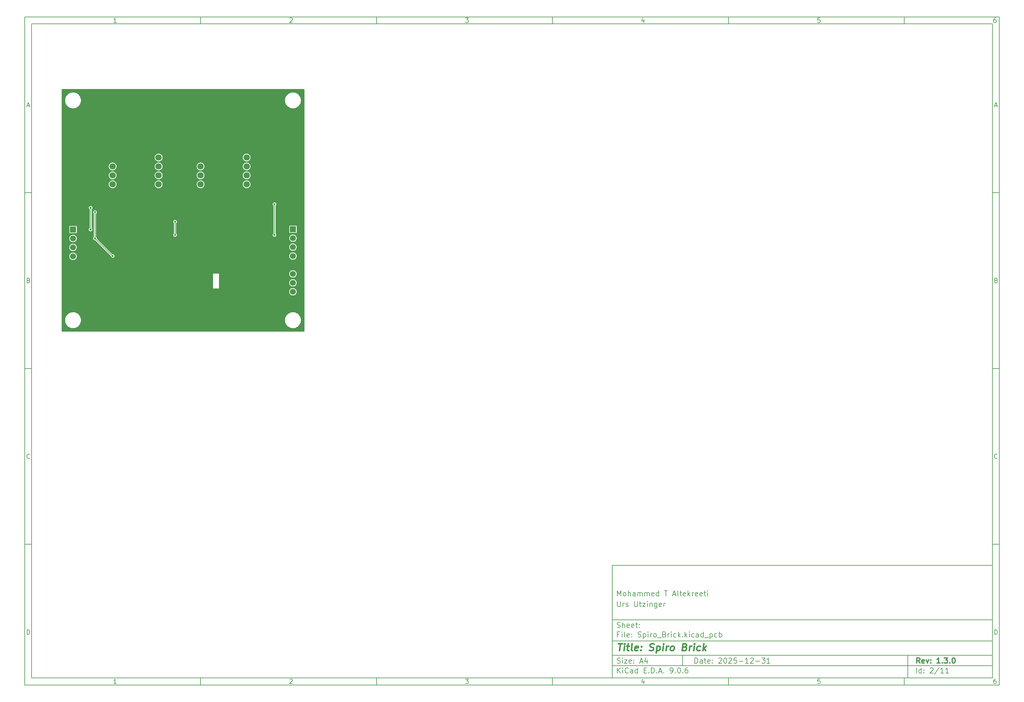
<source format=gbr>
%TF.GenerationSoftware,KiCad,Pcbnew,9.0.6-9.0.6~ubuntu22.04.1*%
%TF.CreationDate,2026-01-05T20:27:44-07:00*%
%TF.ProjectId,Spiro_Brick,53706972-6f5f-4427-9269-636b2e6b6963,1.3.0*%
%TF.SameCoordinates,Original*%
%TF.FileFunction,Copper,L2,Bot*%
%TF.FilePolarity,Positive*%
%FSLAX46Y46*%
G04 Gerber Fmt 4.6, Leading zero omitted, Abs format (unit mm)*
G04 Created by KiCad (PCBNEW 9.0.6-9.0.6~ubuntu22.04.1) date 2026-01-05 20:27:44*
%MOMM*%
%LPD*%
G01*
G04 APERTURE LIST*
G04 Aperture macros list*
%AMRoundRect*
0 Rectangle with rounded corners*
0 $1 Rounding radius*
0 $2 $3 $4 $5 $6 $7 $8 $9 X,Y pos of 4 corners*
0 Add a 4 corners polygon primitive as box body*
4,1,4,$2,$3,$4,$5,$6,$7,$8,$9,$2,$3,0*
0 Add four circle primitives for the rounded corners*
1,1,$1+$1,$2,$3*
1,1,$1+$1,$4,$5*
1,1,$1+$1,$6,$7*
1,1,$1+$1,$8,$9*
0 Add four rect primitives between the rounded corners*
20,1,$1+$1,$2,$3,$4,$5,0*
20,1,$1+$1,$4,$5,$6,$7,0*
20,1,$1+$1,$6,$7,$8,$9,0*
20,1,$1+$1,$8,$9,$2,$3,0*%
G04 Aperture macros list end*
%ADD10C,0.100000*%
%ADD11C,0.150000*%
%ADD12C,0.300000*%
%ADD13C,0.400000*%
%TA.AperFunction,HeatsinkPad*%
%ADD14C,0.600000*%
%TD*%
%TA.AperFunction,HeatsinkPad*%
%ADD15R,2.700000X2.700000*%
%TD*%
%TA.AperFunction,ComponentPad*%
%ADD16RoundRect,0.281250X-0.618750X-0.618750X0.618750X-0.618750X0.618750X0.618750X-0.618750X0.618750X0*%
%TD*%
%TA.AperFunction,ComponentPad*%
%ADD17C,1.800000*%
%TD*%
%TA.AperFunction,ComponentPad*%
%ADD18R,1.700000X1.700000*%
%TD*%
%TA.AperFunction,ComponentPad*%
%ADD19C,1.700000*%
%TD*%
%TA.AperFunction,ViaPad*%
%ADD20C,0.600000*%
%TD*%
%TA.AperFunction,Conductor*%
%ADD21C,0.200000*%
%TD*%
G04 APERTURE END LIST*
D10*
D11*
X177002200Y-166007200D02*
X285002200Y-166007200D01*
X285002200Y-198007200D01*
X177002200Y-198007200D01*
X177002200Y-166007200D01*
D10*
D11*
X10000000Y-10000000D02*
X287002200Y-10000000D01*
X287002200Y-200007200D01*
X10000000Y-200007200D01*
X10000000Y-10000000D01*
D10*
D11*
X12000000Y-12000000D02*
X285002200Y-12000000D01*
X285002200Y-198007200D01*
X12000000Y-198007200D01*
X12000000Y-12000000D01*
D10*
D11*
X60000000Y-12000000D02*
X60000000Y-10000000D01*
D10*
D11*
X110000000Y-12000000D02*
X110000000Y-10000000D01*
D10*
D11*
X160000000Y-12000000D02*
X160000000Y-10000000D01*
D10*
D11*
X210000000Y-12000000D02*
X210000000Y-10000000D01*
D10*
D11*
X260000000Y-12000000D02*
X260000000Y-10000000D01*
D10*
D11*
X36089160Y-11593604D02*
X35346303Y-11593604D01*
X35717731Y-11593604D02*
X35717731Y-10293604D01*
X35717731Y-10293604D02*
X35593922Y-10479319D01*
X35593922Y-10479319D02*
X35470112Y-10603128D01*
X35470112Y-10603128D02*
X35346303Y-10665033D01*
D10*
D11*
X85346303Y-10417414D02*
X85408207Y-10355509D01*
X85408207Y-10355509D02*
X85532017Y-10293604D01*
X85532017Y-10293604D02*
X85841541Y-10293604D01*
X85841541Y-10293604D02*
X85965350Y-10355509D01*
X85965350Y-10355509D02*
X86027255Y-10417414D01*
X86027255Y-10417414D02*
X86089160Y-10541223D01*
X86089160Y-10541223D02*
X86089160Y-10665033D01*
X86089160Y-10665033D02*
X86027255Y-10850747D01*
X86027255Y-10850747D02*
X85284398Y-11593604D01*
X85284398Y-11593604D02*
X86089160Y-11593604D01*
D10*
D11*
X135284398Y-10293604D02*
X136089160Y-10293604D01*
X136089160Y-10293604D02*
X135655826Y-10788842D01*
X135655826Y-10788842D02*
X135841541Y-10788842D01*
X135841541Y-10788842D02*
X135965350Y-10850747D01*
X135965350Y-10850747D02*
X136027255Y-10912652D01*
X136027255Y-10912652D02*
X136089160Y-11036461D01*
X136089160Y-11036461D02*
X136089160Y-11345985D01*
X136089160Y-11345985D02*
X136027255Y-11469795D01*
X136027255Y-11469795D02*
X135965350Y-11531700D01*
X135965350Y-11531700D02*
X135841541Y-11593604D01*
X135841541Y-11593604D02*
X135470112Y-11593604D01*
X135470112Y-11593604D02*
X135346303Y-11531700D01*
X135346303Y-11531700D02*
X135284398Y-11469795D01*
D10*
D11*
X185965350Y-10726938D02*
X185965350Y-11593604D01*
X185655826Y-10231700D02*
X185346303Y-11160271D01*
X185346303Y-11160271D02*
X186151064Y-11160271D01*
D10*
D11*
X236027255Y-10293604D02*
X235408207Y-10293604D01*
X235408207Y-10293604D02*
X235346303Y-10912652D01*
X235346303Y-10912652D02*
X235408207Y-10850747D01*
X235408207Y-10850747D02*
X235532017Y-10788842D01*
X235532017Y-10788842D02*
X235841541Y-10788842D01*
X235841541Y-10788842D02*
X235965350Y-10850747D01*
X235965350Y-10850747D02*
X236027255Y-10912652D01*
X236027255Y-10912652D02*
X236089160Y-11036461D01*
X236089160Y-11036461D02*
X236089160Y-11345985D01*
X236089160Y-11345985D02*
X236027255Y-11469795D01*
X236027255Y-11469795D02*
X235965350Y-11531700D01*
X235965350Y-11531700D02*
X235841541Y-11593604D01*
X235841541Y-11593604D02*
X235532017Y-11593604D01*
X235532017Y-11593604D02*
X235408207Y-11531700D01*
X235408207Y-11531700D02*
X235346303Y-11469795D01*
D10*
D11*
X285965350Y-10293604D02*
X285717731Y-10293604D01*
X285717731Y-10293604D02*
X285593922Y-10355509D01*
X285593922Y-10355509D02*
X285532017Y-10417414D01*
X285532017Y-10417414D02*
X285408207Y-10603128D01*
X285408207Y-10603128D02*
X285346303Y-10850747D01*
X285346303Y-10850747D02*
X285346303Y-11345985D01*
X285346303Y-11345985D02*
X285408207Y-11469795D01*
X285408207Y-11469795D02*
X285470112Y-11531700D01*
X285470112Y-11531700D02*
X285593922Y-11593604D01*
X285593922Y-11593604D02*
X285841541Y-11593604D01*
X285841541Y-11593604D02*
X285965350Y-11531700D01*
X285965350Y-11531700D02*
X286027255Y-11469795D01*
X286027255Y-11469795D02*
X286089160Y-11345985D01*
X286089160Y-11345985D02*
X286089160Y-11036461D01*
X286089160Y-11036461D02*
X286027255Y-10912652D01*
X286027255Y-10912652D02*
X285965350Y-10850747D01*
X285965350Y-10850747D02*
X285841541Y-10788842D01*
X285841541Y-10788842D02*
X285593922Y-10788842D01*
X285593922Y-10788842D02*
X285470112Y-10850747D01*
X285470112Y-10850747D02*
X285408207Y-10912652D01*
X285408207Y-10912652D02*
X285346303Y-11036461D01*
D10*
D11*
X60000000Y-198007200D02*
X60000000Y-200007200D01*
D10*
D11*
X110000000Y-198007200D02*
X110000000Y-200007200D01*
D10*
D11*
X160000000Y-198007200D02*
X160000000Y-200007200D01*
D10*
D11*
X210000000Y-198007200D02*
X210000000Y-200007200D01*
D10*
D11*
X260000000Y-198007200D02*
X260000000Y-200007200D01*
D10*
D11*
X36089160Y-199600804D02*
X35346303Y-199600804D01*
X35717731Y-199600804D02*
X35717731Y-198300804D01*
X35717731Y-198300804D02*
X35593922Y-198486519D01*
X35593922Y-198486519D02*
X35470112Y-198610328D01*
X35470112Y-198610328D02*
X35346303Y-198672233D01*
D10*
D11*
X85346303Y-198424614D02*
X85408207Y-198362709D01*
X85408207Y-198362709D02*
X85532017Y-198300804D01*
X85532017Y-198300804D02*
X85841541Y-198300804D01*
X85841541Y-198300804D02*
X85965350Y-198362709D01*
X85965350Y-198362709D02*
X86027255Y-198424614D01*
X86027255Y-198424614D02*
X86089160Y-198548423D01*
X86089160Y-198548423D02*
X86089160Y-198672233D01*
X86089160Y-198672233D02*
X86027255Y-198857947D01*
X86027255Y-198857947D02*
X85284398Y-199600804D01*
X85284398Y-199600804D02*
X86089160Y-199600804D01*
D10*
D11*
X135284398Y-198300804D02*
X136089160Y-198300804D01*
X136089160Y-198300804D02*
X135655826Y-198796042D01*
X135655826Y-198796042D02*
X135841541Y-198796042D01*
X135841541Y-198796042D02*
X135965350Y-198857947D01*
X135965350Y-198857947D02*
X136027255Y-198919852D01*
X136027255Y-198919852D02*
X136089160Y-199043661D01*
X136089160Y-199043661D02*
X136089160Y-199353185D01*
X136089160Y-199353185D02*
X136027255Y-199476995D01*
X136027255Y-199476995D02*
X135965350Y-199538900D01*
X135965350Y-199538900D02*
X135841541Y-199600804D01*
X135841541Y-199600804D02*
X135470112Y-199600804D01*
X135470112Y-199600804D02*
X135346303Y-199538900D01*
X135346303Y-199538900D02*
X135284398Y-199476995D01*
D10*
D11*
X185965350Y-198734138D02*
X185965350Y-199600804D01*
X185655826Y-198238900D02*
X185346303Y-199167471D01*
X185346303Y-199167471D02*
X186151064Y-199167471D01*
D10*
D11*
X236027255Y-198300804D02*
X235408207Y-198300804D01*
X235408207Y-198300804D02*
X235346303Y-198919852D01*
X235346303Y-198919852D02*
X235408207Y-198857947D01*
X235408207Y-198857947D02*
X235532017Y-198796042D01*
X235532017Y-198796042D02*
X235841541Y-198796042D01*
X235841541Y-198796042D02*
X235965350Y-198857947D01*
X235965350Y-198857947D02*
X236027255Y-198919852D01*
X236027255Y-198919852D02*
X236089160Y-199043661D01*
X236089160Y-199043661D02*
X236089160Y-199353185D01*
X236089160Y-199353185D02*
X236027255Y-199476995D01*
X236027255Y-199476995D02*
X235965350Y-199538900D01*
X235965350Y-199538900D02*
X235841541Y-199600804D01*
X235841541Y-199600804D02*
X235532017Y-199600804D01*
X235532017Y-199600804D02*
X235408207Y-199538900D01*
X235408207Y-199538900D02*
X235346303Y-199476995D01*
D10*
D11*
X285965350Y-198300804D02*
X285717731Y-198300804D01*
X285717731Y-198300804D02*
X285593922Y-198362709D01*
X285593922Y-198362709D02*
X285532017Y-198424614D01*
X285532017Y-198424614D02*
X285408207Y-198610328D01*
X285408207Y-198610328D02*
X285346303Y-198857947D01*
X285346303Y-198857947D02*
X285346303Y-199353185D01*
X285346303Y-199353185D02*
X285408207Y-199476995D01*
X285408207Y-199476995D02*
X285470112Y-199538900D01*
X285470112Y-199538900D02*
X285593922Y-199600804D01*
X285593922Y-199600804D02*
X285841541Y-199600804D01*
X285841541Y-199600804D02*
X285965350Y-199538900D01*
X285965350Y-199538900D02*
X286027255Y-199476995D01*
X286027255Y-199476995D02*
X286089160Y-199353185D01*
X286089160Y-199353185D02*
X286089160Y-199043661D01*
X286089160Y-199043661D02*
X286027255Y-198919852D01*
X286027255Y-198919852D02*
X285965350Y-198857947D01*
X285965350Y-198857947D02*
X285841541Y-198796042D01*
X285841541Y-198796042D02*
X285593922Y-198796042D01*
X285593922Y-198796042D02*
X285470112Y-198857947D01*
X285470112Y-198857947D02*
X285408207Y-198919852D01*
X285408207Y-198919852D02*
X285346303Y-199043661D01*
D10*
D11*
X10000000Y-60000000D02*
X12000000Y-60000000D01*
D10*
D11*
X10000000Y-110000000D02*
X12000000Y-110000000D01*
D10*
D11*
X10000000Y-160000000D02*
X12000000Y-160000000D01*
D10*
D11*
X10690476Y-35222176D02*
X11309523Y-35222176D01*
X10566666Y-35593604D02*
X10999999Y-34293604D01*
X10999999Y-34293604D02*
X11433333Y-35593604D01*
D10*
D11*
X11092857Y-84912652D02*
X11278571Y-84974557D01*
X11278571Y-84974557D02*
X11340476Y-85036461D01*
X11340476Y-85036461D02*
X11402380Y-85160271D01*
X11402380Y-85160271D02*
X11402380Y-85345985D01*
X11402380Y-85345985D02*
X11340476Y-85469795D01*
X11340476Y-85469795D02*
X11278571Y-85531700D01*
X11278571Y-85531700D02*
X11154761Y-85593604D01*
X11154761Y-85593604D02*
X10659523Y-85593604D01*
X10659523Y-85593604D02*
X10659523Y-84293604D01*
X10659523Y-84293604D02*
X11092857Y-84293604D01*
X11092857Y-84293604D02*
X11216666Y-84355509D01*
X11216666Y-84355509D02*
X11278571Y-84417414D01*
X11278571Y-84417414D02*
X11340476Y-84541223D01*
X11340476Y-84541223D02*
X11340476Y-84665033D01*
X11340476Y-84665033D02*
X11278571Y-84788842D01*
X11278571Y-84788842D02*
X11216666Y-84850747D01*
X11216666Y-84850747D02*
X11092857Y-84912652D01*
X11092857Y-84912652D02*
X10659523Y-84912652D01*
D10*
D11*
X11402380Y-135469795D02*
X11340476Y-135531700D01*
X11340476Y-135531700D02*
X11154761Y-135593604D01*
X11154761Y-135593604D02*
X11030952Y-135593604D01*
X11030952Y-135593604D02*
X10845238Y-135531700D01*
X10845238Y-135531700D02*
X10721428Y-135407890D01*
X10721428Y-135407890D02*
X10659523Y-135284080D01*
X10659523Y-135284080D02*
X10597619Y-135036461D01*
X10597619Y-135036461D02*
X10597619Y-134850747D01*
X10597619Y-134850747D02*
X10659523Y-134603128D01*
X10659523Y-134603128D02*
X10721428Y-134479319D01*
X10721428Y-134479319D02*
X10845238Y-134355509D01*
X10845238Y-134355509D02*
X11030952Y-134293604D01*
X11030952Y-134293604D02*
X11154761Y-134293604D01*
X11154761Y-134293604D02*
X11340476Y-134355509D01*
X11340476Y-134355509D02*
X11402380Y-134417414D01*
D10*
D11*
X10659523Y-185593604D02*
X10659523Y-184293604D01*
X10659523Y-184293604D02*
X10969047Y-184293604D01*
X10969047Y-184293604D02*
X11154761Y-184355509D01*
X11154761Y-184355509D02*
X11278571Y-184479319D01*
X11278571Y-184479319D02*
X11340476Y-184603128D01*
X11340476Y-184603128D02*
X11402380Y-184850747D01*
X11402380Y-184850747D02*
X11402380Y-185036461D01*
X11402380Y-185036461D02*
X11340476Y-185284080D01*
X11340476Y-185284080D02*
X11278571Y-185407890D01*
X11278571Y-185407890D02*
X11154761Y-185531700D01*
X11154761Y-185531700D02*
X10969047Y-185593604D01*
X10969047Y-185593604D02*
X10659523Y-185593604D01*
D10*
D11*
X287002200Y-60000000D02*
X285002200Y-60000000D01*
D10*
D11*
X287002200Y-110000000D02*
X285002200Y-110000000D01*
D10*
D11*
X287002200Y-160000000D02*
X285002200Y-160000000D01*
D10*
D11*
X285692676Y-35222176D02*
X286311723Y-35222176D01*
X285568866Y-35593604D02*
X286002199Y-34293604D01*
X286002199Y-34293604D02*
X286435533Y-35593604D01*
D10*
D11*
X286095057Y-84912652D02*
X286280771Y-84974557D01*
X286280771Y-84974557D02*
X286342676Y-85036461D01*
X286342676Y-85036461D02*
X286404580Y-85160271D01*
X286404580Y-85160271D02*
X286404580Y-85345985D01*
X286404580Y-85345985D02*
X286342676Y-85469795D01*
X286342676Y-85469795D02*
X286280771Y-85531700D01*
X286280771Y-85531700D02*
X286156961Y-85593604D01*
X286156961Y-85593604D02*
X285661723Y-85593604D01*
X285661723Y-85593604D02*
X285661723Y-84293604D01*
X285661723Y-84293604D02*
X286095057Y-84293604D01*
X286095057Y-84293604D02*
X286218866Y-84355509D01*
X286218866Y-84355509D02*
X286280771Y-84417414D01*
X286280771Y-84417414D02*
X286342676Y-84541223D01*
X286342676Y-84541223D02*
X286342676Y-84665033D01*
X286342676Y-84665033D02*
X286280771Y-84788842D01*
X286280771Y-84788842D02*
X286218866Y-84850747D01*
X286218866Y-84850747D02*
X286095057Y-84912652D01*
X286095057Y-84912652D02*
X285661723Y-84912652D01*
D10*
D11*
X286404580Y-135469795D02*
X286342676Y-135531700D01*
X286342676Y-135531700D02*
X286156961Y-135593604D01*
X286156961Y-135593604D02*
X286033152Y-135593604D01*
X286033152Y-135593604D02*
X285847438Y-135531700D01*
X285847438Y-135531700D02*
X285723628Y-135407890D01*
X285723628Y-135407890D02*
X285661723Y-135284080D01*
X285661723Y-135284080D02*
X285599819Y-135036461D01*
X285599819Y-135036461D02*
X285599819Y-134850747D01*
X285599819Y-134850747D02*
X285661723Y-134603128D01*
X285661723Y-134603128D02*
X285723628Y-134479319D01*
X285723628Y-134479319D02*
X285847438Y-134355509D01*
X285847438Y-134355509D02*
X286033152Y-134293604D01*
X286033152Y-134293604D02*
X286156961Y-134293604D01*
X286156961Y-134293604D02*
X286342676Y-134355509D01*
X286342676Y-134355509D02*
X286404580Y-134417414D01*
D10*
D11*
X285661723Y-185593604D02*
X285661723Y-184293604D01*
X285661723Y-184293604D02*
X285971247Y-184293604D01*
X285971247Y-184293604D02*
X286156961Y-184355509D01*
X286156961Y-184355509D02*
X286280771Y-184479319D01*
X286280771Y-184479319D02*
X286342676Y-184603128D01*
X286342676Y-184603128D02*
X286404580Y-184850747D01*
X286404580Y-184850747D02*
X286404580Y-185036461D01*
X286404580Y-185036461D02*
X286342676Y-185284080D01*
X286342676Y-185284080D02*
X286280771Y-185407890D01*
X286280771Y-185407890D02*
X286156961Y-185531700D01*
X286156961Y-185531700D02*
X285971247Y-185593604D01*
X285971247Y-185593604D02*
X285661723Y-185593604D01*
D10*
D11*
X200458026Y-193793328D02*
X200458026Y-192293328D01*
X200458026Y-192293328D02*
X200815169Y-192293328D01*
X200815169Y-192293328D02*
X201029455Y-192364757D01*
X201029455Y-192364757D02*
X201172312Y-192507614D01*
X201172312Y-192507614D02*
X201243741Y-192650471D01*
X201243741Y-192650471D02*
X201315169Y-192936185D01*
X201315169Y-192936185D02*
X201315169Y-193150471D01*
X201315169Y-193150471D02*
X201243741Y-193436185D01*
X201243741Y-193436185D02*
X201172312Y-193579042D01*
X201172312Y-193579042D02*
X201029455Y-193721900D01*
X201029455Y-193721900D02*
X200815169Y-193793328D01*
X200815169Y-193793328D02*
X200458026Y-193793328D01*
X202600884Y-193793328D02*
X202600884Y-193007614D01*
X202600884Y-193007614D02*
X202529455Y-192864757D01*
X202529455Y-192864757D02*
X202386598Y-192793328D01*
X202386598Y-192793328D02*
X202100884Y-192793328D01*
X202100884Y-192793328D02*
X201958026Y-192864757D01*
X202600884Y-193721900D02*
X202458026Y-193793328D01*
X202458026Y-193793328D02*
X202100884Y-193793328D01*
X202100884Y-193793328D02*
X201958026Y-193721900D01*
X201958026Y-193721900D02*
X201886598Y-193579042D01*
X201886598Y-193579042D02*
X201886598Y-193436185D01*
X201886598Y-193436185D02*
X201958026Y-193293328D01*
X201958026Y-193293328D02*
X202100884Y-193221900D01*
X202100884Y-193221900D02*
X202458026Y-193221900D01*
X202458026Y-193221900D02*
X202600884Y-193150471D01*
X203100884Y-192793328D02*
X203672312Y-192793328D01*
X203315169Y-192293328D02*
X203315169Y-193579042D01*
X203315169Y-193579042D02*
X203386598Y-193721900D01*
X203386598Y-193721900D02*
X203529455Y-193793328D01*
X203529455Y-193793328D02*
X203672312Y-193793328D01*
X204743741Y-193721900D02*
X204600884Y-193793328D01*
X204600884Y-193793328D02*
X204315170Y-193793328D01*
X204315170Y-193793328D02*
X204172312Y-193721900D01*
X204172312Y-193721900D02*
X204100884Y-193579042D01*
X204100884Y-193579042D02*
X204100884Y-193007614D01*
X204100884Y-193007614D02*
X204172312Y-192864757D01*
X204172312Y-192864757D02*
X204315170Y-192793328D01*
X204315170Y-192793328D02*
X204600884Y-192793328D01*
X204600884Y-192793328D02*
X204743741Y-192864757D01*
X204743741Y-192864757D02*
X204815170Y-193007614D01*
X204815170Y-193007614D02*
X204815170Y-193150471D01*
X204815170Y-193150471D02*
X204100884Y-193293328D01*
X205458026Y-193650471D02*
X205529455Y-193721900D01*
X205529455Y-193721900D02*
X205458026Y-193793328D01*
X205458026Y-193793328D02*
X205386598Y-193721900D01*
X205386598Y-193721900D02*
X205458026Y-193650471D01*
X205458026Y-193650471D02*
X205458026Y-193793328D01*
X205458026Y-192864757D02*
X205529455Y-192936185D01*
X205529455Y-192936185D02*
X205458026Y-193007614D01*
X205458026Y-193007614D02*
X205386598Y-192936185D01*
X205386598Y-192936185D02*
X205458026Y-192864757D01*
X205458026Y-192864757D02*
X205458026Y-193007614D01*
X207243741Y-192436185D02*
X207315169Y-192364757D01*
X207315169Y-192364757D02*
X207458027Y-192293328D01*
X207458027Y-192293328D02*
X207815169Y-192293328D01*
X207815169Y-192293328D02*
X207958027Y-192364757D01*
X207958027Y-192364757D02*
X208029455Y-192436185D01*
X208029455Y-192436185D02*
X208100884Y-192579042D01*
X208100884Y-192579042D02*
X208100884Y-192721900D01*
X208100884Y-192721900D02*
X208029455Y-192936185D01*
X208029455Y-192936185D02*
X207172312Y-193793328D01*
X207172312Y-193793328D02*
X208100884Y-193793328D01*
X209029455Y-192293328D02*
X209172312Y-192293328D01*
X209172312Y-192293328D02*
X209315169Y-192364757D01*
X209315169Y-192364757D02*
X209386598Y-192436185D01*
X209386598Y-192436185D02*
X209458026Y-192579042D01*
X209458026Y-192579042D02*
X209529455Y-192864757D01*
X209529455Y-192864757D02*
X209529455Y-193221900D01*
X209529455Y-193221900D02*
X209458026Y-193507614D01*
X209458026Y-193507614D02*
X209386598Y-193650471D01*
X209386598Y-193650471D02*
X209315169Y-193721900D01*
X209315169Y-193721900D02*
X209172312Y-193793328D01*
X209172312Y-193793328D02*
X209029455Y-193793328D01*
X209029455Y-193793328D02*
X208886598Y-193721900D01*
X208886598Y-193721900D02*
X208815169Y-193650471D01*
X208815169Y-193650471D02*
X208743740Y-193507614D01*
X208743740Y-193507614D02*
X208672312Y-193221900D01*
X208672312Y-193221900D02*
X208672312Y-192864757D01*
X208672312Y-192864757D02*
X208743740Y-192579042D01*
X208743740Y-192579042D02*
X208815169Y-192436185D01*
X208815169Y-192436185D02*
X208886598Y-192364757D01*
X208886598Y-192364757D02*
X209029455Y-192293328D01*
X210100883Y-192436185D02*
X210172311Y-192364757D01*
X210172311Y-192364757D02*
X210315169Y-192293328D01*
X210315169Y-192293328D02*
X210672311Y-192293328D01*
X210672311Y-192293328D02*
X210815169Y-192364757D01*
X210815169Y-192364757D02*
X210886597Y-192436185D01*
X210886597Y-192436185D02*
X210958026Y-192579042D01*
X210958026Y-192579042D02*
X210958026Y-192721900D01*
X210958026Y-192721900D02*
X210886597Y-192936185D01*
X210886597Y-192936185D02*
X210029454Y-193793328D01*
X210029454Y-193793328D02*
X210958026Y-193793328D01*
X212315168Y-192293328D02*
X211600882Y-192293328D01*
X211600882Y-192293328D02*
X211529454Y-193007614D01*
X211529454Y-193007614D02*
X211600882Y-192936185D01*
X211600882Y-192936185D02*
X211743740Y-192864757D01*
X211743740Y-192864757D02*
X212100882Y-192864757D01*
X212100882Y-192864757D02*
X212243740Y-192936185D01*
X212243740Y-192936185D02*
X212315168Y-193007614D01*
X212315168Y-193007614D02*
X212386597Y-193150471D01*
X212386597Y-193150471D02*
X212386597Y-193507614D01*
X212386597Y-193507614D02*
X212315168Y-193650471D01*
X212315168Y-193650471D02*
X212243740Y-193721900D01*
X212243740Y-193721900D02*
X212100882Y-193793328D01*
X212100882Y-193793328D02*
X211743740Y-193793328D01*
X211743740Y-193793328D02*
X211600882Y-193721900D01*
X211600882Y-193721900D02*
X211529454Y-193650471D01*
X213029453Y-193221900D02*
X214172311Y-193221900D01*
X215672311Y-193793328D02*
X214815168Y-193793328D01*
X215243739Y-193793328D02*
X215243739Y-192293328D01*
X215243739Y-192293328D02*
X215100882Y-192507614D01*
X215100882Y-192507614D02*
X214958025Y-192650471D01*
X214958025Y-192650471D02*
X214815168Y-192721900D01*
X216243739Y-192436185D02*
X216315167Y-192364757D01*
X216315167Y-192364757D02*
X216458025Y-192293328D01*
X216458025Y-192293328D02*
X216815167Y-192293328D01*
X216815167Y-192293328D02*
X216958025Y-192364757D01*
X216958025Y-192364757D02*
X217029453Y-192436185D01*
X217029453Y-192436185D02*
X217100882Y-192579042D01*
X217100882Y-192579042D02*
X217100882Y-192721900D01*
X217100882Y-192721900D02*
X217029453Y-192936185D01*
X217029453Y-192936185D02*
X216172310Y-193793328D01*
X216172310Y-193793328D02*
X217100882Y-193793328D01*
X217743738Y-193221900D02*
X218886596Y-193221900D01*
X219458024Y-192293328D02*
X220386596Y-192293328D01*
X220386596Y-192293328D02*
X219886596Y-192864757D01*
X219886596Y-192864757D02*
X220100881Y-192864757D01*
X220100881Y-192864757D02*
X220243739Y-192936185D01*
X220243739Y-192936185D02*
X220315167Y-193007614D01*
X220315167Y-193007614D02*
X220386596Y-193150471D01*
X220386596Y-193150471D02*
X220386596Y-193507614D01*
X220386596Y-193507614D02*
X220315167Y-193650471D01*
X220315167Y-193650471D02*
X220243739Y-193721900D01*
X220243739Y-193721900D02*
X220100881Y-193793328D01*
X220100881Y-193793328D02*
X219672310Y-193793328D01*
X219672310Y-193793328D02*
X219529453Y-193721900D01*
X219529453Y-193721900D02*
X219458024Y-193650471D01*
X221815167Y-193793328D02*
X220958024Y-193793328D01*
X221386595Y-193793328D02*
X221386595Y-192293328D01*
X221386595Y-192293328D02*
X221243738Y-192507614D01*
X221243738Y-192507614D02*
X221100881Y-192650471D01*
X221100881Y-192650471D02*
X220958024Y-192721900D01*
D10*
D11*
X177002200Y-194507200D02*
X285002200Y-194507200D01*
D10*
D11*
X178458026Y-196593328D02*
X178458026Y-195093328D01*
X179315169Y-196593328D02*
X178672312Y-195736185D01*
X179315169Y-195093328D02*
X178458026Y-195950471D01*
X179958026Y-196593328D02*
X179958026Y-195593328D01*
X179958026Y-195093328D02*
X179886598Y-195164757D01*
X179886598Y-195164757D02*
X179958026Y-195236185D01*
X179958026Y-195236185D02*
X180029455Y-195164757D01*
X180029455Y-195164757D02*
X179958026Y-195093328D01*
X179958026Y-195093328D02*
X179958026Y-195236185D01*
X181529455Y-196450471D02*
X181458027Y-196521900D01*
X181458027Y-196521900D02*
X181243741Y-196593328D01*
X181243741Y-196593328D02*
X181100884Y-196593328D01*
X181100884Y-196593328D02*
X180886598Y-196521900D01*
X180886598Y-196521900D02*
X180743741Y-196379042D01*
X180743741Y-196379042D02*
X180672312Y-196236185D01*
X180672312Y-196236185D02*
X180600884Y-195950471D01*
X180600884Y-195950471D02*
X180600884Y-195736185D01*
X180600884Y-195736185D02*
X180672312Y-195450471D01*
X180672312Y-195450471D02*
X180743741Y-195307614D01*
X180743741Y-195307614D02*
X180886598Y-195164757D01*
X180886598Y-195164757D02*
X181100884Y-195093328D01*
X181100884Y-195093328D02*
X181243741Y-195093328D01*
X181243741Y-195093328D02*
X181458027Y-195164757D01*
X181458027Y-195164757D02*
X181529455Y-195236185D01*
X182815170Y-196593328D02*
X182815170Y-195807614D01*
X182815170Y-195807614D02*
X182743741Y-195664757D01*
X182743741Y-195664757D02*
X182600884Y-195593328D01*
X182600884Y-195593328D02*
X182315170Y-195593328D01*
X182315170Y-195593328D02*
X182172312Y-195664757D01*
X182815170Y-196521900D02*
X182672312Y-196593328D01*
X182672312Y-196593328D02*
X182315170Y-196593328D01*
X182315170Y-196593328D02*
X182172312Y-196521900D01*
X182172312Y-196521900D02*
X182100884Y-196379042D01*
X182100884Y-196379042D02*
X182100884Y-196236185D01*
X182100884Y-196236185D02*
X182172312Y-196093328D01*
X182172312Y-196093328D02*
X182315170Y-196021900D01*
X182315170Y-196021900D02*
X182672312Y-196021900D01*
X182672312Y-196021900D02*
X182815170Y-195950471D01*
X184172313Y-196593328D02*
X184172313Y-195093328D01*
X184172313Y-196521900D02*
X184029455Y-196593328D01*
X184029455Y-196593328D02*
X183743741Y-196593328D01*
X183743741Y-196593328D02*
X183600884Y-196521900D01*
X183600884Y-196521900D02*
X183529455Y-196450471D01*
X183529455Y-196450471D02*
X183458027Y-196307614D01*
X183458027Y-196307614D02*
X183458027Y-195879042D01*
X183458027Y-195879042D02*
X183529455Y-195736185D01*
X183529455Y-195736185D02*
X183600884Y-195664757D01*
X183600884Y-195664757D02*
X183743741Y-195593328D01*
X183743741Y-195593328D02*
X184029455Y-195593328D01*
X184029455Y-195593328D02*
X184172313Y-195664757D01*
X186029455Y-195807614D02*
X186529455Y-195807614D01*
X186743741Y-196593328D02*
X186029455Y-196593328D01*
X186029455Y-196593328D02*
X186029455Y-195093328D01*
X186029455Y-195093328D02*
X186743741Y-195093328D01*
X187386598Y-196450471D02*
X187458027Y-196521900D01*
X187458027Y-196521900D02*
X187386598Y-196593328D01*
X187386598Y-196593328D02*
X187315170Y-196521900D01*
X187315170Y-196521900D02*
X187386598Y-196450471D01*
X187386598Y-196450471D02*
X187386598Y-196593328D01*
X188100884Y-196593328D02*
X188100884Y-195093328D01*
X188100884Y-195093328D02*
X188458027Y-195093328D01*
X188458027Y-195093328D02*
X188672313Y-195164757D01*
X188672313Y-195164757D02*
X188815170Y-195307614D01*
X188815170Y-195307614D02*
X188886599Y-195450471D01*
X188886599Y-195450471D02*
X188958027Y-195736185D01*
X188958027Y-195736185D02*
X188958027Y-195950471D01*
X188958027Y-195950471D02*
X188886599Y-196236185D01*
X188886599Y-196236185D02*
X188815170Y-196379042D01*
X188815170Y-196379042D02*
X188672313Y-196521900D01*
X188672313Y-196521900D02*
X188458027Y-196593328D01*
X188458027Y-196593328D02*
X188100884Y-196593328D01*
X189600884Y-196450471D02*
X189672313Y-196521900D01*
X189672313Y-196521900D02*
X189600884Y-196593328D01*
X189600884Y-196593328D02*
X189529456Y-196521900D01*
X189529456Y-196521900D02*
X189600884Y-196450471D01*
X189600884Y-196450471D02*
X189600884Y-196593328D01*
X190243742Y-196164757D02*
X190958028Y-196164757D01*
X190100885Y-196593328D02*
X190600885Y-195093328D01*
X190600885Y-195093328D02*
X191100885Y-196593328D01*
X191600884Y-196450471D02*
X191672313Y-196521900D01*
X191672313Y-196521900D02*
X191600884Y-196593328D01*
X191600884Y-196593328D02*
X191529456Y-196521900D01*
X191529456Y-196521900D02*
X191600884Y-196450471D01*
X191600884Y-196450471D02*
X191600884Y-196593328D01*
X193529456Y-196593328D02*
X193815170Y-196593328D01*
X193815170Y-196593328D02*
X193958027Y-196521900D01*
X193958027Y-196521900D02*
X194029456Y-196450471D01*
X194029456Y-196450471D02*
X194172313Y-196236185D01*
X194172313Y-196236185D02*
X194243742Y-195950471D01*
X194243742Y-195950471D02*
X194243742Y-195379042D01*
X194243742Y-195379042D02*
X194172313Y-195236185D01*
X194172313Y-195236185D02*
X194100885Y-195164757D01*
X194100885Y-195164757D02*
X193958027Y-195093328D01*
X193958027Y-195093328D02*
X193672313Y-195093328D01*
X193672313Y-195093328D02*
X193529456Y-195164757D01*
X193529456Y-195164757D02*
X193458027Y-195236185D01*
X193458027Y-195236185D02*
X193386599Y-195379042D01*
X193386599Y-195379042D02*
X193386599Y-195736185D01*
X193386599Y-195736185D02*
X193458027Y-195879042D01*
X193458027Y-195879042D02*
X193529456Y-195950471D01*
X193529456Y-195950471D02*
X193672313Y-196021900D01*
X193672313Y-196021900D02*
X193958027Y-196021900D01*
X193958027Y-196021900D02*
X194100885Y-195950471D01*
X194100885Y-195950471D02*
X194172313Y-195879042D01*
X194172313Y-195879042D02*
X194243742Y-195736185D01*
X194886598Y-196450471D02*
X194958027Y-196521900D01*
X194958027Y-196521900D02*
X194886598Y-196593328D01*
X194886598Y-196593328D02*
X194815170Y-196521900D01*
X194815170Y-196521900D02*
X194886598Y-196450471D01*
X194886598Y-196450471D02*
X194886598Y-196593328D01*
X195886599Y-195093328D02*
X196029456Y-195093328D01*
X196029456Y-195093328D02*
X196172313Y-195164757D01*
X196172313Y-195164757D02*
X196243742Y-195236185D01*
X196243742Y-195236185D02*
X196315170Y-195379042D01*
X196315170Y-195379042D02*
X196386599Y-195664757D01*
X196386599Y-195664757D02*
X196386599Y-196021900D01*
X196386599Y-196021900D02*
X196315170Y-196307614D01*
X196315170Y-196307614D02*
X196243742Y-196450471D01*
X196243742Y-196450471D02*
X196172313Y-196521900D01*
X196172313Y-196521900D02*
X196029456Y-196593328D01*
X196029456Y-196593328D02*
X195886599Y-196593328D01*
X195886599Y-196593328D02*
X195743742Y-196521900D01*
X195743742Y-196521900D02*
X195672313Y-196450471D01*
X195672313Y-196450471D02*
X195600884Y-196307614D01*
X195600884Y-196307614D02*
X195529456Y-196021900D01*
X195529456Y-196021900D02*
X195529456Y-195664757D01*
X195529456Y-195664757D02*
X195600884Y-195379042D01*
X195600884Y-195379042D02*
X195672313Y-195236185D01*
X195672313Y-195236185D02*
X195743742Y-195164757D01*
X195743742Y-195164757D02*
X195886599Y-195093328D01*
X197029455Y-196450471D02*
X197100884Y-196521900D01*
X197100884Y-196521900D02*
X197029455Y-196593328D01*
X197029455Y-196593328D02*
X196958027Y-196521900D01*
X196958027Y-196521900D02*
X197029455Y-196450471D01*
X197029455Y-196450471D02*
X197029455Y-196593328D01*
X198386599Y-195093328D02*
X198100884Y-195093328D01*
X198100884Y-195093328D02*
X197958027Y-195164757D01*
X197958027Y-195164757D02*
X197886599Y-195236185D01*
X197886599Y-195236185D02*
X197743741Y-195450471D01*
X197743741Y-195450471D02*
X197672313Y-195736185D01*
X197672313Y-195736185D02*
X197672313Y-196307614D01*
X197672313Y-196307614D02*
X197743741Y-196450471D01*
X197743741Y-196450471D02*
X197815170Y-196521900D01*
X197815170Y-196521900D02*
X197958027Y-196593328D01*
X197958027Y-196593328D02*
X198243741Y-196593328D01*
X198243741Y-196593328D02*
X198386599Y-196521900D01*
X198386599Y-196521900D02*
X198458027Y-196450471D01*
X198458027Y-196450471D02*
X198529456Y-196307614D01*
X198529456Y-196307614D02*
X198529456Y-195950471D01*
X198529456Y-195950471D02*
X198458027Y-195807614D01*
X198458027Y-195807614D02*
X198386599Y-195736185D01*
X198386599Y-195736185D02*
X198243741Y-195664757D01*
X198243741Y-195664757D02*
X197958027Y-195664757D01*
X197958027Y-195664757D02*
X197815170Y-195736185D01*
X197815170Y-195736185D02*
X197743741Y-195807614D01*
X197743741Y-195807614D02*
X197672313Y-195950471D01*
D10*
D11*
X177002200Y-191507200D02*
X285002200Y-191507200D01*
D10*
D12*
X264413853Y-193785528D02*
X263913853Y-193071242D01*
X263556710Y-193785528D02*
X263556710Y-192285528D01*
X263556710Y-192285528D02*
X264128139Y-192285528D01*
X264128139Y-192285528D02*
X264270996Y-192356957D01*
X264270996Y-192356957D02*
X264342425Y-192428385D01*
X264342425Y-192428385D02*
X264413853Y-192571242D01*
X264413853Y-192571242D02*
X264413853Y-192785528D01*
X264413853Y-192785528D02*
X264342425Y-192928385D01*
X264342425Y-192928385D02*
X264270996Y-192999814D01*
X264270996Y-192999814D02*
X264128139Y-193071242D01*
X264128139Y-193071242D02*
X263556710Y-193071242D01*
X265628139Y-193714100D02*
X265485282Y-193785528D01*
X265485282Y-193785528D02*
X265199568Y-193785528D01*
X265199568Y-193785528D02*
X265056710Y-193714100D01*
X265056710Y-193714100D02*
X264985282Y-193571242D01*
X264985282Y-193571242D02*
X264985282Y-192999814D01*
X264985282Y-192999814D02*
X265056710Y-192856957D01*
X265056710Y-192856957D02*
X265199568Y-192785528D01*
X265199568Y-192785528D02*
X265485282Y-192785528D01*
X265485282Y-192785528D02*
X265628139Y-192856957D01*
X265628139Y-192856957D02*
X265699568Y-192999814D01*
X265699568Y-192999814D02*
X265699568Y-193142671D01*
X265699568Y-193142671D02*
X264985282Y-193285528D01*
X266199567Y-192785528D02*
X266556710Y-193785528D01*
X266556710Y-193785528D02*
X266913853Y-192785528D01*
X267485281Y-193642671D02*
X267556710Y-193714100D01*
X267556710Y-193714100D02*
X267485281Y-193785528D01*
X267485281Y-193785528D02*
X267413853Y-193714100D01*
X267413853Y-193714100D02*
X267485281Y-193642671D01*
X267485281Y-193642671D02*
X267485281Y-193785528D01*
X267485281Y-192856957D02*
X267556710Y-192928385D01*
X267556710Y-192928385D02*
X267485281Y-192999814D01*
X267485281Y-192999814D02*
X267413853Y-192928385D01*
X267413853Y-192928385D02*
X267485281Y-192856957D01*
X267485281Y-192856957D02*
X267485281Y-192999814D01*
X270128139Y-193785528D02*
X269270996Y-193785528D01*
X269699567Y-193785528D02*
X269699567Y-192285528D01*
X269699567Y-192285528D02*
X269556710Y-192499814D01*
X269556710Y-192499814D02*
X269413853Y-192642671D01*
X269413853Y-192642671D02*
X269270996Y-192714100D01*
X270770995Y-193642671D02*
X270842424Y-193714100D01*
X270842424Y-193714100D02*
X270770995Y-193785528D01*
X270770995Y-193785528D02*
X270699567Y-193714100D01*
X270699567Y-193714100D02*
X270770995Y-193642671D01*
X270770995Y-193642671D02*
X270770995Y-193785528D01*
X271342424Y-192285528D02*
X272270996Y-192285528D01*
X272270996Y-192285528D02*
X271770996Y-192856957D01*
X271770996Y-192856957D02*
X271985281Y-192856957D01*
X271985281Y-192856957D02*
X272128139Y-192928385D01*
X272128139Y-192928385D02*
X272199567Y-192999814D01*
X272199567Y-192999814D02*
X272270996Y-193142671D01*
X272270996Y-193142671D02*
X272270996Y-193499814D01*
X272270996Y-193499814D02*
X272199567Y-193642671D01*
X272199567Y-193642671D02*
X272128139Y-193714100D01*
X272128139Y-193714100D02*
X271985281Y-193785528D01*
X271985281Y-193785528D02*
X271556710Y-193785528D01*
X271556710Y-193785528D02*
X271413853Y-193714100D01*
X271413853Y-193714100D02*
X271342424Y-193642671D01*
X272913852Y-193642671D02*
X272985281Y-193714100D01*
X272985281Y-193714100D02*
X272913852Y-193785528D01*
X272913852Y-193785528D02*
X272842424Y-193714100D01*
X272842424Y-193714100D02*
X272913852Y-193642671D01*
X272913852Y-193642671D02*
X272913852Y-193785528D01*
X273913853Y-192285528D02*
X274056710Y-192285528D01*
X274056710Y-192285528D02*
X274199567Y-192356957D01*
X274199567Y-192356957D02*
X274270996Y-192428385D01*
X274270996Y-192428385D02*
X274342424Y-192571242D01*
X274342424Y-192571242D02*
X274413853Y-192856957D01*
X274413853Y-192856957D02*
X274413853Y-193214100D01*
X274413853Y-193214100D02*
X274342424Y-193499814D01*
X274342424Y-193499814D02*
X274270996Y-193642671D01*
X274270996Y-193642671D02*
X274199567Y-193714100D01*
X274199567Y-193714100D02*
X274056710Y-193785528D01*
X274056710Y-193785528D02*
X273913853Y-193785528D01*
X273913853Y-193785528D02*
X273770996Y-193714100D01*
X273770996Y-193714100D02*
X273699567Y-193642671D01*
X273699567Y-193642671D02*
X273628138Y-193499814D01*
X273628138Y-193499814D02*
X273556710Y-193214100D01*
X273556710Y-193214100D02*
X273556710Y-192856957D01*
X273556710Y-192856957D02*
X273628138Y-192571242D01*
X273628138Y-192571242D02*
X273699567Y-192428385D01*
X273699567Y-192428385D02*
X273770996Y-192356957D01*
X273770996Y-192356957D02*
X273913853Y-192285528D01*
D10*
D11*
X178386598Y-193721900D02*
X178600884Y-193793328D01*
X178600884Y-193793328D02*
X178958026Y-193793328D01*
X178958026Y-193793328D02*
X179100884Y-193721900D01*
X179100884Y-193721900D02*
X179172312Y-193650471D01*
X179172312Y-193650471D02*
X179243741Y-193507614D01*
X179243741Y-193507614D02*
X179243741Y-193364757D01*
X179243741Y-193364757D02*
X179172312Y-193221900D01*
X179172312Y-193221900D02*
X179100884Y-193150471D01*
X179100884Y-193150471D02*
X178958026Y-193079042D01*
X178958026Y-193079042D02*
X178672312Y-193007614D01*
X178672312Y-193007614D02*
X178529455Y-192936185D01*
X178529455Y-192936185D02*
X178458026Y-192864757D01*
X178458026Y-192864757D02*
X178386598Y-192721900D01*
X178386598Y-192721900D02*
X178386598Y-192579042D01*
X178386598Y-192579042D02*
X178458026Y-192436185D01*
X178458026Y-192436185D02*
X178529455Y-192364757D01*
X178529455Y-192364757D02*
X178672312Y-192293328D01*
X178672312Y-192293328D02*
X179029455Y-192293328D01*
X179029455Y-192293328D02*
X179243741Y-192364757D01*
X179886597Y-193793328D02*
X179886597Y-192793328D01*
X179886597Y-192293328D02*
X179815169Y-192364757D01*
X179815169Y-192364757D02*
X179886597Y-192436185D01*
X179886597Y-192436185D02*
X179958026Y-192364757D01*
X179958026Y-192364757D02*
X179886597Y-192293328D01*
X179886597Y-192293328D02*
X179886597Y-192436185D01*
X180458026Y-192793328D02*
X181243741Y-192793328D01*
X181243741Y-192793328D02*
X180458026Y-193793328D01*
X180458026Y-193793328D02*
X181243741Y-193793328D01*
X182386598Y-193721900D02*
X182243741Y-193793328D01*
X182243741Y-193793328D02*
X181958027Y-193793328D01*
X181958027Y-193793328D02*
X181815169Y-193721900D01*
X181815169Y-193721900D02*
X181743741Y-193579042D01*
X181743741Y-193579042D02*
X181743741Y-193007614D01*
X181743741Y-193007614D02*
X181815169Y-192864757D01*
X181815169Y-192864757D02*
X181958027Y-192793328D01*
X181958027Y-192793328D02*
X182243741Y-192793328D01*
X182243741Y-192793328D02*
X182386598Y-192864757D01*
X182386598Y-192864757D02*
X182458027Y-193007614D01*
X182458027Y-193007614D02*
X182458027Y-193150471D01*
X182458027Y-193150471D02*
X181743741Y-193293328D01*
X183100883Y-193650471D02*
X183172312Y-193721900D01*
X183172312Y-193721900D02*
X183100883Y-193793328D01*
X183100883Y-193793328D02*
X183029455Y-193721900D01*
X183029455Y-193721900D02*
X183100883Y-193650471D01*
X183100883Y-193650471D02*
X183100883Y-193793328D01*
X183100883Y-192864757D02*
X183172312Y-192936185D01*
X183172312Y-192936185D02*
X183100883Y-193007614D01*
X183100883Y-193007614D02*
X183029455Y-192936185D01*
X183029455Y-192936185D02*
X183100883Y-192864757D01*
X183100883Y-192864757D02*
X183100883Y-193007614D01*
X184886598Y-193364757D02*
X185600884Y-193364757D01*
X184743741Y-193793328D02*
X185243741Y-192293328D01*
X185243741Y-192293328D02*
X185743741Y-193793328D01*
X186886598Y-192793328D02*
X186886598Y-193793328D01*
X186529455Y-192221900D02*
X186172312Y-193293328D01*
X186172312Y-193293328D02*
X187100883Y-193293328D01*
D10*
D11*
X263458026Y-196593328D02*
X263458026Y-195093328D01*
X264815170Y-196593328D02*
X264815170Y-195093328D01*
X264815170Y-196521900D02*
X264672312Y-196593328D01*
X264672312Y-196593328D02*
X264386598Y-196593328D01*
X264386598Y-196593328D02*
X264243741Y-196521900D01*
X264243741Y-196521900D02*
X264172312Y-196450471D01*
X264172312Y-196450471D02*
X264100884Y-196307614D01*
X264100884Y-196307614D02*
X264100884Y-195879042D01*
X264100884Y-195879042D02*
X264172312Y-195736185D01*
X264172312Y-195736185D02*
X264243741Y-195664757D01*
X264243741Y-195664757D02*
X264386598Y-195593328D01*
X264386598Y-195593328D02*
X264672312Y-195593328D01*
X264672312Y-195593328D02*
X264815170Y-195664757D01*
X265529455Y-196450471D02*
X265600884Y-196521900D01*
X265600884Y-196521900D02*
X265529455Y-196593328D01*
X265529455Y-196593328D02*
X265458027Y-196521900D01*
X265458027Y-196521900D02*
X265529455Y-196450471D01*
X265529455Y-196450471D02*
X265529455Y-196593328D01*
X265529455Y-195664757D02*
X265600884Y-195736185D01*
X265600884Y-195736185D02*
X265529455Y-195807614D01*
X265529455Y-195807614D02*
X265458027Y-195736185D01*
X265458027Y-195736185D02*
X265529455Y-195664757D01*
X265529455Y-195664757D02*
X265529455Y-195807614D01*
X267315170Y-195236185D02*
X267386598Y-195164757D01*
X267386598Y-195164757D02*
X267529456Y-195093328D01*
X267529456Y-195093328D02*
X267886598Y-195093328D01*
X267886598Y-195093328D02*
X268029456Y-195164757D01*
X268029456Y-195164757D02*
X268100884Y-195236185D01*
X268100884Y-195236185D02*
X268172313Y-195379042D01*
X268172313Y-195379042D02*
X268172313Y-195521900D01*
X268172313Y-195521900D02*
X268100884Y-195736185D01*
X268100884Y-195736185D02*
X267243741Y-196593328D01*
X267243741Y-196593328D02*
X268172313Y-196593328D01*
X269886598Y-195021900D02*
X268600884Y-196950471D01*
X271172313Y-196593328D02*
X270315170Y-196593328D01*
X270743741Y-196593328D02*
X270743741Y-195093328D01*
X270743741Y-195093328D02*
X270600884Y-195307614D01*
X270600884Y-195307614D02*
X270458027Y-195450471D01*
X270458027Y-195450471D02*
X270315170Y-195521900D01*
X272600884Y-196593328D02*
X271743741Y-196593328D01*
X272172312Y-196593328D02*
X272172312Y-195093328D01*
X272172312Y-195093328D02*
X272029455Y-195307614D01*
X272029455Y-195307614D02*
X271886598Y-195450471D01*
X271886598Y-195450471D02*
X271743741Y-195521900D01*
D10*
D11*
X177002200Y-187507200D02*
X285002200Y-187507200D01*
D10*
D13*
X178693928Y-188211638D02*
X179836785Y-188211638D01*
X179015357Y-190211638D02*
X179265357Y-188211638D01*
X180253452Y-190211638D02*
X180420119Y-188878304D01*
X180503452Y-188211638D02*
X180396309Y-188306876D01*
X180396309Y-188306876D02*
X180479643Y-188402114D01*
X180479643Y-188402114D02*
X180586786Y-188306876D01*
X180586786Y-188306876D02*
X180503452Y-188211638D01*
X180503452Y-188211638D02*
X180479643Y-188402114D01*
X181086786Y-188878304D02*
X181848690Y-188878304D01*
X181455833Y-188211638D02*
X181241548Y-189925923D01*
X181241548Y-189925923D02*
X181312976Y-190116400D01*
X181312976Y-190116400D02*
X181491548Y-190211638D01*
X181491548Y-190211638D02*
X181682024Y-190211638D01*
X182634405Y-190211638D02*
X182455833Y-190116400D01*
X182455833Y-190116400D02*
X182384405Y-189925923D01*
X182384405Y-189925923D02*
X182598690Y-188211638D01*
X184170119Y-190116400D02*
X183967738Y-190211638D01*
X183967738Y-190211638D02*
X183586785Y-190211638D01*
X183586785Y-190211638D02*
X183408214Y-190116400D01*
X183408214Y-190116400D02*
X183336785Y-189925923D01*
X183336785Y-189925923D02*
X183432024Y-189164019D01*
X183432024Y-189164019D02*
X183551071Y-188973542D01*
X183551071Y-188973542D02*
X183753452Y-188878304D01*
X183753452Y-188878304D02*
X184134404Y-188878304D01*
X184134404Y-188878304D02*
X184312976Y-188973542D01*
X184312976Y-188973542D02*
X184384404Y-189164019D01*
X184384404Y-189164019D02*
X184360595Y-189354495D01*
X184360595Y-189354495D02*
X183384404Y-189544971D01*
X185134405Y-190021161D02*
X185217738Y-190116400D01*
X185217738Y-190116400D02*
X185110595Y-190211638D01*
X185110595Y-190211638D02*
X185027262Y-190116400D01*
X185027262Y-190116400D02*
X185134405Y-190021161D01*
X185134405Y-190021161D02*
X185110595Y-190211638D01*
X185265357Y-188973542D02*
X185348690Y-189068780D01*
X185348690Y-189068780D02*
X185241548Y-189164019D01*
X185241548Y-189164019D02*
X185158214Y-189068780D01*
X185158214Y-189068780D02*
X185265357Y-188973542D01*
X185265357Y-188973542D02*
X185241548Y-189164019D01*
X187503453Y-190116400D02*
X187777262Y-190211638D01*
X187777262Y-190211638D02*
X188253453Y-190211638D01*
X188253453Y-190211638D02*
X188455834Y-190116400D01*
X188455834Y-190116400D02*
X188562977Y-190021161D01*
X188562977Y-190021161D02*
X188682024Y-189830685D01*
X188682024Y-189830685D02*
X188705834Y-189640209D01*
X188705834Y-189640209D02*
X188634405Y-189449733D01*
X188634405Y-189449733D02*
X188551072Y-189354495D01*
X188551072Y-189354495D02*
X188372501Y-189259257D01*
X188372501Y-189259257D02*
X188003453Y-189164019D01*
X188003453Y-189164019D02*
X187824881Y-189068780D01*
X187824881Y-189068780D02*
X187741548Y-188973542D01*
X187741548Y-188973542D02*
X187670120Y-188783066D01*
X187670120Y-188783066D02*
X187693929Y-188592590D01*
X187693929Y-188592590D02*
X187812977Y-188402114D01*
X187812977Y-188402114D02*
X187920120Y-188306876D01*
X187920120Y-188306876D02*
X188122501Y-188211638D01*
X188122501Y-188211638D02*
X188598691Y-188211638D01*
X188598691Y-188211638D02*
X188872501Y-188306876D01*
X189658215Y-188878304D02*
X189408215Y-190878304D01*
X189646310Y-188973542D02*
X189848691Y-188878304D01*
X189848691Y-188878304D02*
X190229643Y-188878304D01*
X190229643Y-188878304D02*
X190408215Y-188973542D01*
X190408215Y-188973542D02*
X190491548Y-189068780D01*
X190491548Y-189068780D02*
X190562977Y-189259257D01*
X190562977Y-189259257D02*
X190491548Y-189830685D01*
X190491548Y-189830685D02*
X190372501Y-190021161D01*
X190372501Y-190021161D02*
X190265358Y-190116400D01*
X190265358Y-190116400D02*
X190062977Y-190211638D01*
X190062977Y-190211638D02*
X189682024Y-190211638D01*
X189682024Y-190211638D02*
X189503453Y-190116400D01*
X191301072Y-190211638D02*
X191467739Y-188878304D01*
X191551072Y-188211638D02*
X191443929Y-188306876D01*
X191443929Y-188306876D02*
X191527263Y-188402114D01*
X191527263Y-188402114D02*
X191634406Y-188306876D01*
X191634406Y-188306876D02*
X191551072Y-188211638D01*
X191551072Y-188211638D02*
X191527263Y-188402114D01*
X192253453Y-190211638D02*
X192420120Y-188878304D01*
X192372501Y-189259257D02*
X192491548Y-189068780D01*
X192491548Y-189068780D02*
X192598691Y-188973542D01*
X192598691Y-188973542D02*
X192801072Y-188878304D01*
X192801072Y-188878304D02*
X192991548Y-188878304D01*
X193777263Y-190211638D02*
X193598691Y-190116400D01*
X193598691Y-190116400D02*
X193515358Y-190021161D01*
X193515358Y-190021161D02*
X193443929Y-189830685D01*
X193443929Y-189830685D02*
X193515358Y-189259257D01*
X193515358Y-189259257D02*
X193634405Y-189068780D01*
X193634405Y-189068780D02*
X193741548Y-188973542D01*
X193741548Y-188973542D02*
X193943929Y-188878304D01*
X193943929Y-188878304D02*
X194229643Y-188878304D01*
X194229643Y-188878304D02*
X194408215Y-188973542D01*
X194408215Y-188973542D02*
X194491548Y-189068780D01*
X194491548Y-189068780D02*
X194562977Y-189259257D01*
X194562977Y-189259257D02*
X194491548Y-189830685D01*
X194491548Y-189830685D02*
X194372501Y-190021161D01*
X194372501Y-190021161D02*
X194265358Y-190116400D01*
X194265358Y-190116400D02*
X194062977Y-190211638D01*
X194062977Y-190211638D02*
X193777263Y-190211638D01*
X197622501Y-189164019D02*
X197896311Y-189259257D01*
X197896311Y-189259257D02*
X197979644Y-189354495D01*
X197979644Y-189354495D02*
X198051073Y-189544971D01*
X198051073Y-189544971D02*
X198015358Y-189830685D01*
X198015358Y-189830685D02*
X197896311Y-190021161D01*
X197896311Y-190021161D02*
X197789168Y-190116400D01*
X197789168Y-190116400D02*
X197586787Y-190211638D01*
X197586787Y-190211638D02*
X196824882Y-190211638D01*
X196824882Y-190211638D02*
X197074882Y-188211638D01*
X197074882Y-188211638D02*
X197741549Y-188211638D01*
X197741549Y-188211638D02*
X197920120Y-188306876D01*
X197920120Y-188306876D02*
X198003454Y-188402114D01*
X198003454Y-188402114D02*
X198074882Y-188592590D01*
X198074882Y-188592590D02*
X198051073Y-188783066D01*
X198051073Y-188783066D02*
X197932025Y-188973542D01*
X197932025Y-188973542D02*
X197824882Y-189068780D01*
X197824882Y-189068780D02*
X197622501Y-189164019D01*
X197622501Y-189164019D02*
X196955835Y-189164019D01*
X198824882Y-190211638D02*
X198991549Y-188878304D01*
X198943930Y-189259257D02*
X199062977Y-189068780D01*
X199062977Y-189068780D02*
X199170120Y-188973542D01*
X199170120Y-188973542D02*
X199372501Y-188878304D01*
X199372501Y-188878304D02*
X199562977Y-188878304D01*
X200062977Y-190211638D02*
X200229644Y-188878304D01*
X200312977Y-188211638D02*
X200205834Y-188306876D01*
X200205834Y-188306876D02*
X200289168Y-188402114D01*
X200289168Y-188402114D02*
X200396311Y-188306876D01*
X200396311Y-188306876D02*
X200312977Y-188211638D01*
X200312977Y-188211638D02*
X200289168Y-188402114D01*
X201884406Y-190116400D02*
X201682025Y-190211638D01*
X201682025Y-190211638D02*
X201301073Y-190211638D01*
X201301073Y-190211638D02*
X201122501Y-190116400D01*
X201122501Y-190116400D02*
X201039168Y-190021161D01*
X201039168Y-190021161D02*
X200967739Y-189830685D01*
X200967739Y-189830685D02*
X201039168Y-189259257D01*
X201039168Y-189259257D02*
X201158215Y-189068780D01*
X201158215Y-189068780D02*
X201265358Y-188973542D01*
X201265358Y-188973542D02*
X201467739Y-188878304D01*
X201467739Y-188878304D02*
X201848692Y-188878304D01*
X201848692Y-188878304D02*
X202027263Y-188973542D01*
X202729644Y-190211638D02*
X202979644Y-188211638D01*
X203015359Y-189449733D02*
X203491549Y-190211638D01*
X203658216Y-188878304D02*
X202801073Y-189640209D01*
D10*
D11*
X178958026Y-185607614D02*
X178458026Y-185607614D01*
X178458026Y-186393328D02*
X178458026Y-184893328D01*
X178458026Y-184893328D02*
X179172312Y-184893328D01*
X179743740Y-186393328D02*
X179743740Y-185393328D01*
X179743740Y-184893328D02*
X179672312Y-184964757D01*
X179672312Y-184964757D02*
X179743740Y-185036185D01*
X179743740Y-185036185D02*
X179815169Y-184964757D01*
X179815169Y-184964757D02*
X179743740Y-184893328D01*
X179743740Y-184893328D02*
X179743740Y-185036185D01*
X180672312Y-186393328D02*
X180529455Y-186321900D01*
X180529455Y-186321900D02*
X180458026Y-186179042D01*
X180458026Y-186179042D02*
X180458026Y-184893328D01*
X181815169Y-186321900D02*
X181672312Y-186393328D01*
X181672312Y-186393328D02*
X181386598Y-186393328D01*
X181386598Y-186393328D02*
X181243740Y-186321900D01*
X181243740Y-186321900D02*
X181172312Y-186179042D01*
X181172312Y-186179042D02*
X181172312Y-185607614D01*
X181172312Y-185607614D02*
X181243740Y-185464757D01*
X181243740Y-185464757D02*
X181386598Y-185393328D01*
X181386598Y-185393328D02*
X181672312Y-185393328D01*
X181672312Y-185393328D02*
X181815169Y-185464757D01*
X181815169Y-185464757D02*
X181886598Y-185607614D01*
X181886598Y-185607614D02*
X181886598Y-185750471D01*
X181886598Y-185750471D02*
X181172312Y-185893328D01*
X182529454Y-186250471D02*
X182600883Y-186321900D01*
X182600883Y-186321900D02*
X182529454Y-186393328D01*
X182529454Y-186393328D02*
X182458026Y-186321900D01*
X182458026Y-186321900D02*
X182529454Y-186250471D01*
X182529454Y-186250471D02*
X182529454Y-186393328D01*
X182529454Y-185464757D02*
X182600883Y-185536185D01*
X182600883Y-185536185D02*
X182529454Y-185607614D01*
X182529454Y-185607614D02*
X182458026Y-185536185D01*
X182458026Y-185536185D02*
X182529454Y-185464757D01*
X182529454Y-185464757D02*
X182529454Y-185607614D01*
X184315169Y-186321900D02*
X184529455Y-186393328D01*
X184529455Y-186393328D02*
X184886597Y-186393328D01*
X184886597Y-186393328D02*
X185029455Y-186321900D01*
X185029455Y-186321900D02*
X185100883Y-186250471D01*
X185100883Y-186250471D02*
X185172312Y-186107614D01*
X185172312Y-186107614D02*
X185172312Y-185964757D01*
X185172312Y-185964757D02*
X185100883Y-185821900D01*
X185100883Y-185821900D02*
X185029455Y-185750471D01*
X185029455Y-185750471D02*
X184886597Y-185679042D01*
X184886597Y-185679042D02*
X184600883Y-185607614D01*
X184600883Y-185607614D02*
X184458026Y-185536185D01*
X184458026Y-185536185D02*
X184386597Y-185464757D01*
X184386597Y-185464757D02*
X184315169Y-185321900D01*
X184315169Y-185321900D02*
X184315169Y-185179042D01*
X184315169Y-185179042D02*
X184386597Y-185036185D01*
X184386597Y-185036185D02*
X184458026Y-184964757D01*
X184458026Y-184964757D02*
X184600883Y-184893328D01*
X184600883Y-184893328D02*
X184958026Y-184893328D01*
X184958026Y-184893328D02*
X185172312Y-184964757D01*
X185815168Y-185393328D02*
X185815168Y-186893328D01*
X185815168Y-185464757D02*
X185958026Y-185393328D01*
X185958026Y-185393328D02*
X186243740Y-185393328D01*
X186243740Y-185393328D02*
X186386597Y-185464757D01*
X186386597Y-185464757D02*
X186458026Y-185536185D01*
X186458026Y-185536185D02*
X186529454Y-185679042D01*
X186529454Y-185679042D02*
X186529454Y-186107614D01*
X186529454Y-186107614D02*
X186458026Y-186250471D01*
X186458026Y-186250471D02*
X186386597Y-186321900D01*
X186386597Y-186321900D02*
X186243740Y-186393328D01*
X186243740Y-186393328D02*
X185958026Y-186393328D01*
X185958026Y-186393328D02*
X185815168Y-186321900D01*
X187172311Y-186393328D02*
X187172311Y-185393328D01*
X187172311Y-184893328D02*
X187100883Y-184964757D01*
X187100883Y-184964757D02*
X187172311Y-185036185D01*
X187172311Y-185036185D02*
X187243740Y-184964757D01*
X187243740Y-184964757D02*
X187172311Y-184893328D01*
X187172311Y-184893328D02*
X187172311Y-185036185D01*
X187886597Y-186393328D02*
X187886597Y-185393328D01*
X187886597Y-185679042D02*
X187958026Y-185536185D01*
X187958026Y-185536185D02*
X188029455Y-185464757D01*
X188029455Y-185464757D02*
X188172312Y-185393328D01*
X188172312Y-185393328D02*
X188315169Y-185393328D01*
X189029454Y-186393328D02*
X188886597Y-186321900D01*
X188886597Y-186321900D02*
X188815168Y-186250471D01*
X188815168Y-186250471D02*
X188743740Y-186107614D01*
X188743740Y-186107614D02*
X188743740Y-185679042D01*
X188743740Y-185679042D02*
X188815168Y-185536185D01*
X188815168Y-185536185D02*
X188886597Y-185464757D01*
X188886597Y-185464757D02*
X189029454Y-185393328D01*
X189029454Y-185393328D02*
X189243740Y-185393328D01*
X189243740Y-185393328D02*
X189386597Y-185464757D01*
X189386597Y-185464757D02*
X189458026Y-185536185D01*
X189458026Y-185536185D02*
X189529454Y-185679042D01*
X189529454Y-185679042D02*
X189529454Y-186107614D01*
X189529454Y-186107614D02*
X189458026Y-186250471D01*
X189458026Y-186250471D02*
X189386597Y-186321900D01*
X189386597Y-186321900D02*
X189243740Y-186393328D01*
X189243740Y-186393328D02*
X189029454Y-186393328D01*
X189815169Y-186536185D02*
X190958026Y-186536185D01*
X191815168Y-185607614D02*
X192029454Y-185679042D01*
X192029454Y-185679042D02*
X192100883Y-185750471D01*
X192100883Y-185750471D02*
X192172311Y-185893328D01*
X192172311Y-185893328D02*
X192172311Y-186107614D01*
X192172311Y-186107614D02*
X192100883Y-186250471D01*
X192100883Y-186250471D02*
X192029454Y-186321900D01*
X192029454Y-186321900D02*
X191886597Y-186393328D01*
X191886597Y-186393328D02*
X191315168Y-186393328D01*
X191315168Y-186393328D02*
X191315168Y-184893328D01*
X191315168Y-184893328D02*
X191815168Y-184893328D01*
X191815168Y-184893328D02*
X191958026Y-184964757D01*
X191958026Y-184964757D02*
X192029454Y-185036185D01*
X192029454Y-185036185D02*
X192100883Y-185179042D01*
X192100883Y-185179042D02*
X192100883Y-185321900D01*
X192100883Y-185321900D02*
X192029454Y-185464757D01*
X192029454Y-185464757D02*
X191958026Y-185536185D01*
X191958026Y-185536185D02*
X191815168Y-185607614D01*
X191815168Y-185607614D02*
X191315168Y-185607614D01*
X192815168Y-186393328D02*
X192815168Y-185393328D01*
X192815168Y-185679042D02*
X192886597Y-185536185D01*
X192886597Y-185536185D02*
X192958026Y-185464757D01*
X192958026Y-185464757D02*
X193100883Y-185393328D01*
X193100883Y-185393328D02*
X193243740Y-185393328D01*
X193743739Y-186393328D02*
X193743739Y-185393328D01*
X193743739Y-184893328D02*
X193672311Y-184964757D01*
X193672311Y-184964757D02*
X193743739Y-185036185D01*
X193743739Y-185036185D02*
X193815168Y-184964757D01*
X193815168Y-184964757D02*
X193743739Y-184893328D01*
X193743739Y-184893328D02*
X193743739Y-185036185D01*
X195100883Y-186321900D02*
X194958025Y-186393328D01*
X194958025Y-186393328D02*
X194672311Y-186393328D01*
X194672311Y-186393328D02*
X194529454Y-186321900D01*
X194529454Y-186321900D02*
X194458025Y-186250471D01*
X194458025Y-186250471D02*
X194386597Y-186107614D01*
X194386597Y-186107614D02*
X194386597Y-185679042D01*
X194386597Y-185679042D02*
X194458025Y-185536185D01*
X194458025Y-185536185D02*
X194529454Y-185464757D01*
X194529454Y-185464757D02*
X194672311Y-185393328D01*
X194672311Y-185393328D02*
X194958025Y-185393328D01*
X194958025Y-185393328D02*
X195100883Y-185464757D01*
X195743739Y-186393328D02*
X195743739Y-184893328D01*
X195886597Y-185821900D02*
X196315168Y-186393328D01*
X196315168Y-185393328D02*
X195743739Y-185964757D01*
X196958025Y-186250471D02*
X197029454Y-186321900D01*
X197029454Y-186321900D02*
X196958025Y-186393328D01*
X196958025Y-186393328D02*
X196886597Y-186321900D01*
X196886597Y-186321900D02*
X196958025Y-186250471D01*
X196958025Y-186250471D02*
X196958025Y-186393328D01*
X197672311Y-186393328D02*
X197672311Y-184893328D01*
X197815169Y-185821900D02*
X198243740Y-186393328D01*
X198243740Y-185393328D02*
X197672311Y-185964757D01*
X198886597Y-186393328D02*
X198886597Y-185393328D01*
X198886597Y-184893328D02*
X198815169Y-184964757D01*
X198815169Y-184964757D02*
X198886597Y-185036185D01*
X198886597Y-185036185D02*
X198958026Y-184964757D01*
X198958026Y-184964757D02*
X198886597Y-184893328D01*
X198886597Y-184893328D02*
X198886597Y-185036185D01*
X200243741Y-186321900D02*
X200100883Y-186393328D01*
X200100883Y-186393328D02*
X199815169Y-186393328D01*
X199815169Y-186393328D02*
X199672312Y-186321900D01*
X199672312Y-186321900D02*
X199600883Y-186250471D01*
X199600883Y-186250471D02*
X199529455Y-186107614D01*
X199529455Y-186107614D02*
X199529455Y-185679042D01*
X199529455Y-185679042D02*
X199600883Y-185536185D01*
X199600883Y-185536185D02*
X199672312Y-185464757D01*
X199672312Y-185464757D02*
X199815169Y-185393328D01*
X199815169Y-185393328D02*
X200100883Y-185393328D01*
X200100883Y-185393328D02*
X200243741Y-185464757D01*
X201529455Y-186393328D02*
X201529455Y-185607614D01*
X201529455Y-185607614D02*
X201458026Y-185464757D01*
X201458026Y-185464757D02*
X201315169Y-185393328D01*
X201315169Y-185393328D02*
X201029455Y-185393328D01*
X201029455Y-185393328D02*
X200886597Y-185464757D01*
X201529455Y-186321900D02*
X201386597Y-186393328D01*
X201386597Y-186393328D02*
X201029455Y-186393328D01*
X201029455Y-186393328D02*
X200886597Y-186321900D01*
X200886597Y-186321900D02*
X200815169Y-186179042D01*
X200815169Y-186179042D02*
X200815169Y-186036185D01*
X200815169Y-186036185D02*
X200886597Y-185893328D01*
X200886597Y-185893328D02*
X201029455Y-185821900D01*
X201029455Y-185821900D02*
X201386597Y-185821900D01*
X201386597Y-185821900D02*
X201529455Y-185750471D01*
X202886598Y-186393328D02*
X202886598Y-184893328D01*
X202886598Y-186321900D02*
X202743740Y-186393328D01*
X202743740Y-186393328D02*
X202458026Y-186393328D01*
X202458026Y-186393328D02*
X202315169Y-186321900D01*
X202315169Y-186321900D02*
X202243740Y-186250471D01*
X202243740Y-186250471D02*
X202172312Y-186107614D01*
X202172312Y-186107614D02*
X202172312Y-185679042D01*
X202172312Y-185679042D02*
X202243740Y-185536185D01*
X202243740Y-185536185D02*
X202315169Y-185464757D01*
X202315169Y-185464757D02*
X202458026Y-185393328D01*
X202458026Y-185393328D02*
X202743740Y-185393328D01*
X202743740Y-185393328D02*
X202886598Y-185464757D01*
X203243741Y-186536185D02*
X204386598Y-186536185D01*
X204743740Y-185393328D02*
X204743740Y-186893328D01*
X204743740Y-185464757D02*
X204886598Y-185393328D01*
X204886598Y-185393328D02*
X205172312Y-185393328D01*
X205172312Y-185393328D02*
X205315169Y-185464757D01*
X205315169Y-185464757D02*
X205386598Y-185536185D01*
X205386598Y-185536185D02*
X205458026Y-185679042D01*
X205458026Y-185679042D02*
X205458026Y-186107614D01*
X205458026Y-186107614D02*
X205386598Y-186250471D01*
X205386598Y-186250471D02*
X205315169Y-186321900D01*
X205315169Y-186321900D02*
X205172312Y-186393328D01*
X205172312Y-186393328D02*
X204886598Y-186393328D01*
X204886598Y-186393328D02*
X204743740Y-186321900D01*
X206743741Y-186321900D02*
X206600883Y-186393328D01*
X206600883Y-186393328D02*
X206315169Y-186393328D01*
X206315169Y-186393328D02*
X206172312Y-186321900D01*
X206172312Y-186321900D02*
X206100883Y-186250471D01*
X206100883Y-186250471D02*
X206029455Y-186107614D01*
X206029455Y-186107614D02*
X206029455Y-185679042D01*
X206029455Y-185679042D02*
X206100883Y-185536185D01*
X206100883Y-185536185D02*
X206172312Y-185464757D01*
X206172312Y-185464757D02*
X206315169Y-185393328D01*
X206315169Y-185393328D02*
X206600883Y-185393328D01*
X206600883Y-185393328D02*
X206743741Y-185464757D01*
X207386597Y-186393328D02*
X207386597Y-184893328D01*
X207386597Y-185464757D02*
X207529455Y-185393328D01*
X207529455Y-185393328D02*
X207815169Y-185393328D01*
X207815169Y-185393328D02*
X207958026Y-185464757D01*
X207958026Y-185464757D02*
X208029455Y-185536185D01*
X208029455Y-185536185D02*
X208100883Y-185679042D01*
X208100883Y-185679042D02*
X208100883Y-186107614D01*
X208100883Y-186107614D02*
X208029455Y-186250471D01*
X208029455Y-186250471D02*
X207958026Y-186321900D01*
X207958026Y-186321900D02*
X207815169Y-186393328D01*
X207815169Y-186393328D02*
X207529455Y-186393328D01*
X207529455Y-186393328D02*
X207386597Y-186321900D01*
D10*
D11*
X177002200Y-181507200D02*
X285002200Y-181507200D01*
D10*
D11*
X178386598Y-183621900D02*
X178600884Y-183693328D01*
X178600884Y-183693328D02*
X178958026Y-183693328D01*
X178958026Y-183693328D02*
X179100884Y-183621900D01*
X179100884Y-183621900D02*
X179172312Y-183550471D01*
X179172312Y-183550471D02*
X179243741Y-183407614D01*
X179243741Y-183407614D02*
X179243741Y-183264757D01*
X179243741Y-183264757D02*
X179172312Y-183121900D01*
X179172312Y-183121900D02*
X179100884Y-183050471D01*
X179100884Y-183050471D02*
X178958026Y-182979042D01*
X178958026Y-182979042D02*
X178672312Y-182907614D01*
X178672312Y-182907614D02*
X178529455Y-182836185D01*
X178529455Y-182836185D02*
X178458026Y-182764757D01*
X178458026Y-182764757D02*
X178386598Y-182621900D01*
X178386598Y-182621900D02*
X178386598Y-182479042D01*
X178386598Y-182479042D02*
X178458026Y-182336185D01*
X178458026Y-182336185D02*
X178529455Y-182264757D01*
X178529455Y-182264757D02*
X178672312Y-182193328D01*
X178672312Y-182193328D02*
X179029455Y-182193328D01*
X179029455Y-182193328D02*
X179243741Y-182264757D01*
X179886597Y-183693328D02*
X179886597Y-182193328D01*
X180529455Y-183693328D02*
X180529455Y-182907614D01*
X180529455Y-182907614D02*
X180458026Y-182764757D01*
X180458026Y-182764757D02*
X180315169Y-182693328D01*
X180315169Y-182693328D02*
X180100883Y-182693328D01*
X180100883Y-182693328D02*
X179958026Y-182764757D01*
X179958026Y-182764757D02*
X179886597Y-182836185D01*
X181815169Y-183621900D02*
X181672312Y-183693328D01*
X181672312Y-183693328D02*
X181386598Y-183693328D01*
X181386598Y-183693328D02*
X181243740Y-183621900D01*
X181243740Y-183621900D02*
X181172312Y-183479042D01*
X181172312Y-183479042D02*
X181172312Y-182907614D01*
X181172312Y-182907614D02*
X181243740Y-182764757D01*
X181243740Y-182764757D02*
X181386598Y-182693328D01*
X181386598Y-182693328D02*
X181672312Y-182693328D01*
X181672312Y-182693328D02*
X181815169Y-182764757D01*
X181815169Y-182764757D02*
X181886598Y-182907614D01*
X181886598Y-182907614D02*
X181886598Y-183050471D01*
X181886598Y-183050471D02*
X181172312Y-183193328D01*
X183100883Y-183621900D02*
X182958026Y-183693328D01*
X182958026Y-183693328D02*
X182672312Y-183693328D01*
X182672312Y-183693328D02*
X182529454Y-183621900D01*
X182529454Y-183621900D02*
X182458026Y-183479042D01*
X182458026Y-183479042D02*
X182458026Y-182907614D01*
X182458026Y-182907614D02*
X182529454Y-182764757D01*
X182529454Y-182764757D02*
X182672312Y-182693328D01*
X182672312Y-182693328D02*
X182958026Y-182693328D01*
X182958026Y-182693328D02*
X183100883Y-182764757D01*
X183100883Y-182764757D02*
X183172312Y-182907614D01*
X183172312Y-182907614D02*
X183172312Y-183050471D01*
X183172312Y-183050471D02*
X182458026Y-183193328D01*
X183600883Y-182693328D02*
X184172311Y-182693328D01*
X183815168Y-182193328D02*
X183815168Y-183479042D01*
X183815168Y-183479042D02*
X183886597Y-183621900D01*
X183886597Y-183621900D02*
X184029454Y-183693328D01*
X184029454Y-183693328D02*
X184172311Y-183693328D01*
X184672311Y-183550471D02*
X184743740Y-183621900D01*
X184743740Y-183621900D02*
X184672311Y-183693328D01*
X184672311Y-183693328D02*
X184600883Y-183621900D01*
X184600883Y-183621900D02*
X184672311Y-183550471D01*
X184672311Y-183550471D02*
X184672311Y-183693328D01*
X184672311Y-182764757D02*
X184743740Y-182836185D01*
X184743740Y-182836185D02*
X184672311Y-182907614D01*
X184672311Y-182907614D02*
X184600883Y-182836185D01*
X184600883Y-182836185D02*
X184672311Y-182764757D01*
X184672311Y-182764757D02*
X184672311Y-182907614D01*
D10*
D11*
X178458026Y-176193328D02*
X178458026Y-177407614D01*
X178458026Y-177407614D02*
X178529455Y-177550471D01*
X178529455Y-177550471D02*
X178600884Y-177621900D01*
X178600884Y-177621900D02*
X178743741Y-177693328D01*
X178743741Y-177693328D02*
X179029455Y-177693328D01*
X179029455Y-177693328D02*
X179172312Y-177621900D01*
X179172312Y-177621900D02*
X179243741Y-177550471D01*
X179243741Y-177550471D02*
X179315169Y-177407614D01*
X179315169Y-177407614D02*
X179315169Y-176193328D01*
X180029455Y-177693328D02*
X180029455Y-176693328D01*
X180029455Y-176979042D02*
X180100884Y-176836185D01*
X180100884Y-176836185D02*
X180172313Y-176764757D01*
X180172313Y-176764757D02*
X180315170Y-176693328D01*
X180315170Y-176693328D02*
X180458027Y-176693328D01*
X180886598Y-177621900D02*
X181029455Y-177693328D01*
X181029455Y-177693328D02*
X181315169Y-177693328D01*
X181315169Y-177693328D02*
X181458026Y-177621900D01*
X181458026Y-177621900D02*
X181529455Y-177479042D01*
X181529455Y-177479042D02*
X181529455Y-177407614D01*
X181529455Y-177407614D02*
X181458026Y-177264757D01*
X181458026Y-177264757D02*
X181315169Y-177193328D01*
X181315169Y-177193328D02*
X181100884Y-177193328D01*
X181100884Y-177193328D02*
X180958026Y-177121900D01*
X180958026Y-177121900D02*
X180886598Y-176979042D01*
X180886598Y-176979042D02*
X180886598Y-176907614D01*
X180886598Y-176907614D02*
X180958026Y-176764757D01*
X180958026Y-176764757D02*
X181100884Y-176693328D01*
X181100884Y-176693328D02*
X181315169Y-176693328D01*
X181315169Y-176693328D02*
X181458026Y-176764757D01*
X183315169Y-176193328D02*
X183315169Y-177407614D01*
X183315169Y-177407614D02*
X183386598Y-177550471D01*
X183386598Y-177550471D02*
X183458027Y-177621900D01*
X183458027Y-177621900D02*
X183600884Y-177693328D01*
X183600884Y-177693328D02*
X183886598Y-177693328D01*
X183886598Y-177693328D02*
X184029455Y-177621900D01*
X184029455Y-177621900D02*
X184100884Y-177550471D01*
X184100884Y-177550471D02*
X184172312Y-177407614D01*
X184172312Y-177407614D02*
X184172312Y-176193328D01*
X184672313Y-176693328D02*
X185243741Y-176693328D01*
X184886598Y-176193328D02*
X184886598Y-177479042D01*
X184886598Y-177479042D02*
X184958027Y-177621900D01*
X184958027Y-177621900D02*
X185100884Y-177693328D01*
X185100884Y-177693328D02*
X185243741Y-177693328D01*
X185600884Y-176693328D02*
X186386599Y-176693328D01*
X186386599Y-176693328D02*
X185600884Y-177693328D01*
X185600884Y-177693328D02*
X186386599Y-177693328D01*
X186958027Y-177693328D02*
X186958027Y-176693328D01*
X186958027Y-176193328D02*
X186886599Y-176264757D01*
X186886599Y-176264757D02*
X186958027Y-176336185D01*
X186958027Y-176336185D02*
X187029456Y-176264757D01*
X187029456Y-176264757D02*
X186958027Y-176193328D01*
X186958027Y-176193328D02*
X186958027Y-176336185D01*
X187672313Y-176693328D02*
X187672313Y-177693328D01*
X187672313Y-176836185D02*
X187743742Y-176764757D01*
X187743742Y-176764757D02*
X187886599Y-176693328D01*
X187886599Y-176693328D02*
X188100885Y-176693328D01*
X188100885Y-176693328D02*
X188243742Y-176764757D01*
X188243742Y-176764757D02*
X188315171Y-176907614D01*
X188315171Y-176907614D02*
X188315171Y-177693328D01*
X189672314Y-176693328D02*
X189672314Y-177907614D01*
X189672314Y-177907614D02*
X189600885Y-178050471D01*
X189600885Y-178050471D02*
X189529456Y-178121900D01*
X189529456Y-178121900D02*
X189386599Y-178193328D01*
X189386599Y-178193328D02*
X189172314Y-178193328D01*
X189172314Y-178193328D02*
X189029456Y-178121900D01*
X189672314Y-177621900D02*
X189529456Y-177693328D01*
X189529456Y-177693328D02*
X189243742Y-177693328D01*
X189243742Y-177693328D02*
X189100885Y-177621900D01*
X189100885Y-177621900D02*
X189029456Y-177550471D01*
X189029456Y-177550471D02*
X188958028Y-177407614D01*
X188958028Y-177407614D02*
X188958028Y-176979042D01*
X188958028Y-176979042D02*
X189029456Y-176836185D01*
X189029456Y-176836185D02*
X189100885Y-176764757D01*
X189100885Y-176764757D02*
X189243742Y-176693328D01*
X189243742Y-176693328D02*
X189529456Y-176693328D01*
X189529456Y-176693328D02*
X189672314Y-176764757D01*
X190958028Y-177621900D02*
X190815171Y-177693328D01*
X190815171Y-177693328D02*
X190529457Y-177693328D01*
X190529457Y-177693328D02*
X190386599Y-177621900D01*
X190386599Y-177621900D02*
X190315171Y-177479042D01*
X190315171Y-177479042D02*
X190315171Y-176907614D01*
X190315171Y-176907614D02*
X190386599Y-176764757D01*
X190386599Y-176764757D02*
X190529457Y-176693328D01*
X190529457Y-176693328D02*
X190815171Y-176693328D01*
X190815171Y-176693328D02*
X190958028Y-176764757D01*
X190958028Y-176764757D02*
X191029457Y-176907614D01*
X191029457Y-176907614D02*
X191029457Y-177050471D01*
X191029457Y-177050471D02*
X190315171Y-177193328D01*
X191672313Y-177693328D02*
X191672313Y-176693328D01*
X191672313Y-176979042D02*
X191743742Y-176836185D01*
X191743742Y-176836185D02*
X191815171Y-176764757D01*
X191815171Y-176764757D02*
X191958028Y-176693328D01*
X191958028Y-176693328D02*
X192100885Y-176693328D01*
D10*
D11*
X178458026Y-174693328D02*
X178458026Y-173193328D01*
X178458026Y-173193328D02*
X178958026Y-174264757D01*
X178958026Y-174264757D02*
X179458026Y-173193328D01*
X179458026Y-173193328D02*
X179458026Y-174693328D01*
X180386598Y-174693328D02*
X180243741Y-174621900D01*
X180243741Y-174621900D02*
X180172312Y-174550471D01*
X180172312Y-174550471D02*
X180100884Y-174407614D01*
X180100884Y-174407614D02*
X180100884Y-173979042D01*
X180100884Y-173979042D02*
X180172312Y-173836185D01*
X180172312Y-173836185D02*
X180243741Y-173764757D01*
X180243741Y-173764757D02*
X180386598Y-173693328D01*
X180386598Y-173693328D02*
X180600884Y-173693328D01*
X180600884Y-173693328D02*
X180743741Y-173764757D01*
X180743741Y-173764757D02*
X180815170Y-173836185D01*
X180815170Y-173836185D02*
X180886598Y-173979042D01*
X180886598Y-173979042D02*
X180886598Y-174407614D01*
X180886598Y-174407614D02*
X180815170Y-174550471D01*
X180815170Y-174550471D02*
X180743741Y-174621900D01*
X180743741Y-174621900D02*
X180600884Y-174693328D01*
X180600884Y-174693328D02*
X180386598Y-174693328D01*
X181529455Y-174693328D02*
X181529455Y-173193328D01*
X182172313Y-174693328D02*
X182172313Y-173907614D01*
X182172313Y-173907614D02*
X182100884Y-173764757D01*
X182100884Y-173764757D02*
X181958027Y-173693328D01*
X181958027Y-173693328D02*
X181743741Y-173693328D01*
X181743741Y-173693328D02*
X181600884Y-173764757D01*
X181600884Y-173764757D02*
X181529455Y-173836185D01*
X183529456Y-174693328D02*
X183529456Y-173907614D01*
X183529456Y-173907614D02*
X183458027Y-173764757D01*
X183458027Y-173764757D02*
X183315170Y-173693328D01*
X183315170Y-173693328D02*
X183029456Y-173693328D01*
X183029456Y-173693328D02*
X182886598Y-173764757D01*
X183529456Y-174621900D02*
X183386598Y-174693328D01*
X183386598Y-174693328D02*
X183029456Y-174693328D01*
X183029456Y-174693328D02*
X182886598Y-174621900D01*
X182886598Y-174621900D02*
X182815170Y-174479042D01*
X182815170Y-174479042D02*
X182815170Y-174336185D01*
X182815170Y-174336185D02*
X182886598Y-174193328D01*
X182886598Y-174193328D02*
X183029456Y-174121900D01*
X183029456Y-174121900D02*
X183386598Y-174121900D01*
X183386598Y-174121900D02*
X183529456Y-174050471D01*
X184243741Y-174693328D02*
X184243741Y-173693328D01*
X184243741Y-173836185D02*
X184315170Y-173764757D01*
X184315170Y-173764757D02*
X184458027Y-173693328D01*
X184458027Y-173693328D02*
X184672313Y-173693328D01*
X184672313Y-173693328D02*
X184815170Y-173764757D01*
X184815170Y-173764757D02*
X184886599Y-173907614D01*
X184886599Y-173907614D02*
X184886599Y-174693328D01*
X184886599Y-173907614D02*
X184958027Y-173764757D01*
X184958027Y-173764757D02*
X185100884Y-173693328D01*
X185100884Y-173693328D02*
X185315170Y-173693328D01*
X185315170Y-173693328D02*
X185458027Y-173764757D01*
X185458027Y-173764757D02*
X185529456Y-173907614D01*
X185529456Y-173907614D02*
X185529456Y-174693328D01*
X186243741Y-174693328D02*
X186243741Y-173693328D01*
X186243741Y-173836185D02*
X186315170Y-173764757D01*
X186315170Y-173764757D02*
X186458027Y-173693328D01*
X186458027Y-173693328D02*
X186672313Y-173693328D01*
X186672313Y-173693328D02*
X186815170Y-173764757D01*
X186815170Y-173764757D02*
X186886599Y-173907614D01*
X186886599Y-173907614D02*
X186886599Y-174693328D01*
X186886599Y-173907614D02*
X186958027Y-173764757D01*
X186958027Y-173764757D02*
X187100884Y-173693328D01*
X187100884Y-173693328D02*
X187315170Y-173693328D01*
X187315170Y-173693328D02*
X187458027Y-173764757D01*
X187458027Y-173764757D02*
X187529456Y-173907614D01*
X187529456Y-173907614D02*
X187529456Y-174693328D01*
X188815170Y-174621900D02*
X188672313Y-174693328D01*
X188672313Y-174693328D02*
X188386599Y-174693328D01*
X188386599Y-174693328D02*
X188243741Y-174621900D01*
X188243741Y-174621900D02*
X188172313Y-174479042D01*
X188172313Y-174479042D02*
X188172313Y-173907614D01*
X188172313Y-173907614D02*
X188243741Y-173764757D01*
X188243741Y-173764757D02*
X188386599Y-173693328D01*
X188386599Y-173693328D02*
X188672313Y-173693328D01*
X188672313Y-173693328D02*
X188815170Y-173764757D01*
X188815170Y-173764757D02*
X188886599Y-173907614D01*
X188886599Y-173907614D02*
X188886599Y-174050471D01*
X188886599Y-174050471D02*
X188172313Y-174193328D01*
X190172313Y-174693328D02*
X190172313Y-173193328D01*
X190172313Y-174621900D02*
X190029455Y-174693328D01*
X190029455Y-174693328D02*
X189743741Y-174693328D01*
X189743741Y-174693328D02*
X189600884Y-174621900D01*
X189600884Y-174621900D02*
X189529455Y-174550471D01*
X189529455Y-174550471D02*
X189458027Y-174407614D01*
X189458027Y-174407614D02*
X189458027Y-173979042D01*
X189458027Y-173979042D02*
X189529455Y-173836185D01*
X189529455Y-173836185D02*
X189600884Y-173764757D01*
X189600884Y-173764757D02*
X189743741Y-173693328D01*
X189743741Y-173693328D02*
X190029455Y-173693328D01*
X190029455Y-173693328D02*
X190172313Y-173764757D01*
X191815170Y-173193328D02*
X192672313Y-173193328D01*
X192243741Y-174693328D02*
X192243741Y-173193328D01*
X194243741Y-174264757D02*
X194958027Y-174264757D01*
X194100884Y-174693328D02*
X194600884Y-173193328D01*
X194600884Y-173193328D02*
X195100884Y-174693328D01*
X195815169Y-174693328D02*
X195672312Y-174621900D01*
X195672312Y-174621900D02*
X195600883Y-174479042D01*
X195600883Y-174479042D02*
X195600883Y-173193328D01*
X196172312Y-173693328D02*
X196743740Y-173693328D01*
X196386597Y-173193328D02*
X196386597Y-174479042D01*
X196386597Y-174479042D02*
X196458026Y-174621900D01*
X196458026Y-174621900D02*
X196600883Y-174693328D01*
X196600883Y-174693328D02*
X196743740Y-174693328D01*
X197815169Y-174621900D02*
X197672312Y-174693328D01*
X197672312Y-174693328D02*
X197386598Y-174693328D01*
X197386598Y-174693328D02*
X197243740Y-174621900D01*
X197243740Y-174621900D02*
X197172312Y-174479042D01*
X197172312Y-174479042D02*
X197172312Y-173907614D01*
X197172312Y-173907614D02*
X197243740Y-173764757D01*
X197243740Y-173764757D02*
X197386598Y-173693328D01*
X197386598Y-173693328D02*
X197672312Y-173693328D01*
X197672312Y-173693328D02*
X197815169Y-173764757D01*
X197815169Y-173764757D02*
X197886598Y-173907614D01*
X197886598Y-173907614D02*
X197886598Y-174050471D01*
X197886598Y-174050471D02*
X197172312Y-174193328D01*
X198529454Y-174693328D02*
X198529454Y-173193328D01*
X198672312Y-174121900D02*
X199100883Y-174693328D01*
X199100883Y-173693328D02*
X198529454Y-174264757D01*
X199743740Y-174693328D02*
X199743740Y-173693328D01*
X199743740Y-173979042D02*
X199815169Y-173836185D01*
X199815169Y-173836185D02*
X199886598Y-173764757D01*
X199886598Y-173764757D02*
X200029455Y-173693328D01*
X200029455Y-173693328D02*
X200172312Y-173693328D01*
X201243740Y-174621900D02*
X201100883Y-174693328D01*
X201100883Y-174693328D02*
X200815169Y-174693328D01*
X200815169Y-174693328D02*
X200672311Y-174621900D01*
X200672311Y-174621900D02*
X200600883Y-174479042D01*
X200600883Y-174479042D02*
X200600883Y-173907614D01*
X200600883Y-173907614D02*
X200672311Y-173764757D01*
X200672311Y-173764757D02*
X200815169Y-173693328D01*
X200815169Y-173693328D02*
X201100883Y-173693328D01*
X201100883Y-173693328D02*
X201243740Y-173764757D01*
X201243740Y-173764757D02*
X201315169Y-173907614D01*
X201315169Y-173907614D02*
X201315169Y-174050471D01*
X201315169Y-174050471D02*
X200600883Y-174193328D01*
X202529454Y-174621900D02*
X202386597Y-174693328D01*
X202386597Y-174693328D02*
X202100883Y-174693328D01*
X202100883Y-174693328D02*
X201958025Y-174621900D01*
X201958025Y-174621900D02*
X201886597Y-174479042D01*
X201886597Y-174479042D02*
X201886597Y-173907614D01*
X201886597Y-173907614D02*
X201958025Y-173764757D01*
X201958025Y-173764757D02*
X202100883Y-173693328D01*
X202100883Y-173693328D02*
X202386597Y-173693328D01*
X202386597Y-173693328D02*
X202529454Y-173764757D01*
X202529454Y-173764757D02*
X202600883Y-173907614D01*
X202600883Y-173907614D02*
X202600883Y-174050471D01*
X202600883Y-174050471D02*
X201886597Y-174193328D01*
X203029454Y-173693328D02*
X203600882Y-173693328D01*
X203243739Y-173193328D02*
X203243739Y-174479042D01*
X203243739Y-174479042D02*
X203315168Y-174621900D01*
X203315168Y-174621900D02*
X203458025Y-174693328D01*
X203458025Y-174693328D02*
X203600882Y-174693328D01*
X204100882Y-174693328D02*
X204100882Y-173693328D01*
X204100882Y-173193328D02*
X204029454Y-173264757D01*
X204029454Y-173264757D02*
X204100882Y-173336185D01*
X204100882Y-173336185D02*
X204172311Y-173264757D01*
X204172311Y-173264757D02*
X204100882Y-173193328D01*
X204100882Y-173193328D02*
X204100882Y-173336185D01*
D10*
D11*
X197002200Y-191507200D02*
X197002200Y-194507200D01*
D10*
D11*
X261002200Y-191507200D02*
X261002200Y-198007200D01*
D14*
%TO.P,U1,17,PAD*%
%TO.N,GND*%
X64100000Y-78487500D03*
X64100000Y-79537500D03*
X64100000Y-80587500D03*
X65150000Y-78487500D03*
X65150000Y-79537500D03*
D15*
X65150000Y-79537500D03*
D14*
X65150000Y-80587500D03*
X66200000Y-78487500D03*
X66200000Y-79537500D03*
X66200000Y-80587500D03*
%TD*%
D16*
%TO.P,U3,1,GND*%
%TO.N,GND*%
X35000000Y-50000000D03*
D17*
%TO.P,U3,2,VS*%
%TO.N,+5V*%
X35000000Y-52540000D03*
%TO.P,U3,3,SDA*%
%TO.N,/SDA_5V*%
X35000000Y-55080000D03*
%TO.P,U3,4,SCL*%
%TO.N,/SCL_5V*%
X35000000Y-57620000D03*
%TO.P,U3,5,NC*%
%TO.N,unconnected-(U3-NC-Pad5)*%
X48080000Y-57620000D03*
%TO.P,U3,6,NC*%
%TO.N,unconnected-(U3-NC-Pad6)*%
X48080000Y-55080000D03*
%TO.P,U3,7,NC*%
%TO.N,unconnected-(U3-NC-Pad7)*%
X48080000Y-52540000D03*
%TO.P,U3,8,NC*%
%TO.N,unconnected-(U3-NC-Pad8)*%
X48080000Y-50000000D03*
%TD*%
D18*
%TO.P,J2,1,Pin_1*%
%TO.N,/SDA_5V*%
X23750000Y-70465000D03*
D19*
%TO.P,J2,2,Pin_2*%
%TO.N,/SCL_5V*%
X23750000Y-73005000D03*
%TO.P,J2,3,Pin_3*%
%TO.N,+5V*%
X23750000Y-75545000D03*
%TO.P,J2,4,Pin_4*%
X23750000Y-78085000D03*
%TO.P,J2,5,Pin_5*%
%TO.N,GND*%
X23750000Y-80625000D03*
%TO.P,J2,6,Pin_6*%
X23750000Y-83165000D03*
%TD*%
D18*
%TO.P,J3,1,Pin_1*%
%TO.N,/SDA_3V3*%
X86250000Y-70385000D03*
D19*
%TO.P,J3,2,Pin_2*%
%TO.N,+3V3*%
X86250000Y-72925000D03*
%TO.P,J3,3,Pin_3*%
%TO.N,/SCL_3V3*%
X86250000Y-75465000D03*
%TO.P,J3,4,Pin_4*%
%TO.N,/ENABLE*%
X86250000Y-78005000D03*
%TO.P,J3,5,Pin_5*%
%TO.N,GND*%
X86250000Y-80545000D03*
%TO.P,J3,6,Pin_6*%
%TO.N,VBAT*%
X86250000Y-83085000D03*
%TO.P,J3,7,Pin_7*%
%TO.N,Net-(J3-Pin_7)*%
X86250000Y-85625000D03*
%TO.P,J3,8,Pin_8*%
X86250000Y-88165000D03*
%TO.P,J3,9,Pin_9*%
%TO.N,GND*%
X86250000Y-90705000D03*
%TD*%
D16*
%TO.P,U2,1,GND*%
%TO.N,GND*%
X60000000Y-50000000D03*
D17*
%TO.P,U2,2,VS*%
%TO.N,+3V3*%
X60000000Y-52540000D03*
%TO.P,U2,3,SDA*%
%TO.N,/SDA_3V3*%
X60000000Y-55080000D03*
%TO.P,U2,4,SCL*%
%TO.N,/SCL_3V3*%
X60000000Y-57620000D03*
%TO.P,U2,5,NC*%
%TO.N,unconnected-(U2-NC-Pad5)*%
X73080000Y-57620000D03*
%TO.P,U2,6,NC*%
%TO.N,unconnected-(U2-NC-Pad6)*%
X73080000Y-55080000D03*
%TO.P,U2,7,NC*%
%TO.N,unconnected-(U2-NC-Pad7)*%
X73080000Y-52540000D03*
%TO.P,U2,8,NC*%
%TO.N,unconnected-(U2-NC-Pad8)*%
X73080000Y-50000000D03*
%TD*%
D20*
%TO.N,GND*%
X65000000Y-82500000D03*
X53750000Y-55000000D03*
X69750000Y-82000000D03*
X76750000Y-83500000D03*
X53750000Y-40250000D03*
X73750000Y-67750000D03*
X76750000Y-86000000D03*
X53000000Y-90000000D03*
X73750000Y-40250000D03*
X53000000Y-82500000D03*
X33000000Y-97000000D03*
X57000000Y-82500000D03*
X66250000Y-88500000D03*
X64000000Y-40250000D03*
X48000000Y-78500000D03*
X43250000Y-67750000D03*
X71250000Y-86000000D03*
X67500000Y-77250000D03*
X64000000Y-67750000D03*
X26250000Y-61500000D03*
X72750000Y-97000000D03*
X43250000Y-82500000D03*
X43250000Y-90000000D03*
X73750000Y-47500000D03*
X48000000Y-72750000D03*
X76750000Y-84750000D03*
X34000000Y-78750000D03*
X31750000Y-73000000D03*
X53750000Y-47500000D03*
X28000000Y-63250000D03*
X62250000Y-88500000D03*
X33750000Y-40250000D03*
X53250000Y-73000000D03*
X64000000Y-47500000D03*
X33000000Y-82500000D03*
X54250000Y-68000000D03*
X64250000Y-88500000D03*
X73500000Y-74500000D03*
X27750000Y-69500000D03*
X64000000Y-82500000D03*
X53000000Y-97000000D03*
X43250000Y-97000000D03*
X33000000Y-67750000D03*
X71250000Y-84750000D03*
X44000000Y-40250000D03*
X63250000Y-97000000D03*
X35500000Y-77000000D03*
X84000000Y-68000000D03*
X71250000Y-83500000D03*
X84000000Y-71250000D03*
X68000000Y-81500000D03*
X48000000Y-75000000D03*
X31000000Y-66250000D03*
X80000000Y-74750000D03*
X33000000Y-90000000D03*
X78500000Y-80500000D03*
X29000000Y-72000000D03*
X44000000Y-47500000D03*
X80000000Y-62500000D03*
X64000000Y-73500000D03*
X60000000Y-82500000D03*
X51250000Y-68000000D03*
X39750000Y-70750000D03*
%TO.N,/SDA_5V*%
X28750000Y-64250000D03*
X28715000Y-70465000D03*
%TO.N,/SCL_5V*%
X30000000Y-73000000D03*
X35025000Y-77975000D03*
X30000000Y-65500000D03*
%TO.N,/SCL_3V3*%
X52750000Y-72000000D03*
X81000000Y-63250000D03*
X81000000Y-72000000D03*
X52750000Y-68250000D03*
%TD*%
D21*
%TO.N,GND*%
X65637500Y-81250000D02*
X65500000Y-81250000D01*
%TO.N,/SDA_5V*%
X28750000Y-70430000D02*
X28715000Y-70465000D01*
X28750000Y-64250000D02*
X28750000Y-70430000D01*
%TO.N,/SCL_5V*%
X30000000Y-65500000D02*
X30000000Y-73000000D01*
X34975000Y-77975000D02*
X35025000Y-77975000D01*
X30000000Y-73000000D02*
X34975000Y-77975000D01*
%TO.N,/SCL_3V3*%
X52750000Y-72000000D02*
X52750000Y-68250000D01*
X81000000Y-72000000D02*
X81000000Y-63250000D01*
%TD*%
%TA.AperFunction,Conductor*%
%TO.N,GND*%
G36*
X89442539Y-30520185D02*
G01*
X89488294Y-30572989D01*
X89499500Y-30624500D01*
X89499500Y-99375500D01*
X89479815Y-99442539D01*
X89427011Y-99488294D01*
X89375500Y-99499500D01*
X20624500Y-99499500D01*
X20557461Y-99479815D01*
X20511706Y-99427011D01*
X20500500Y-99375500D01*
X20500500Y-96102486D01*
X21499500Y-96102486D01*
X21499500Y-96397513D01*
X21518482Y-96541690D01*
X21538007Y-96689993D01*
X21538008Y-96689995D01*
X21614361Y-96974951D01*
X21614364Y-96974961D01*
X21727254Y-97247500D01*
X21727258Y-97247510D01*
X21874761Y-97502993D01*
X22054352Y-97737040D01*
X22054358Y-97737047D01*
X22262952Y-97945641D01*
X22262959Y-97945647D01*
X22497006Y-98125238D01*
X22752489Y-98272741D01*
X22752490Y-98272741D01*
X22752493Y-98272743D01*
X23025048Y-98385639D01*
X23310007Y-98461993D01*
X23602494Y-98500500D01*
X23602501Y-98500500D01*
X23897499Y-98500500D01*
X23897506Y-98500500D01*
X24189993Y-98461993D01*
X24474952Y-98385639D01*
X24747507Y-98272743D01*
X25002994Y-98125238D01*
X25237042Y-97945646D01*
X25445646Y-97737042D01*
X25625238Y-97502994D01*
X25772743Y-97247507D01*
X25885639Y-96974952D01*
X25961993Y-96689993D01*
X26000500Y-96397506D01*
X26000500Y-96102494D01*
X26000499Y-96102486D01*
X83999500Y-96102486D01*
X83999500Y-96397513D01*
X84018482Y-96541690D01*
X84038007Y-96689993D01*
X84038008Y-96689995D01*
X84114361Y-96974951D01*
X84114364Y-96974961D01*
X84227254Y-97247500D01*
X84227258Y-97247510D01*
X84374761Y-97502993D01*
X84554352Y-97737040D01*
X84554358Y-97737047D01*
X84762952Y-97945641D01*
X84762959Y-97945647D01*
X84997006Y-98125238D01*
X85252489Y-98272741D01*
X85252490Y-98272741D01*
X85252493Y-98272743D01*
X85525048Y-98385639D01*
X85810007Y-98461993D01*
X86102494Y-98500500D01*
X86102501Y-98500500D01*
X86397499Y-98500500D01*
X86397506Y-98500500D01*
X86689993Y-98461993D01*
X86974952Y-98385639D01*
X87247507Y-98272743D01*
X87502994Y-98125238D01*
X87737042Y-97945646D01*
X87945646Y-97737042D01*
X88125238Y-97502994D01*
X88272743Y-97247507D01*
X88385639Y-96974952D01*
X88461993Y-96689993D01*
X88500500Y-96397506D01*
X88500500Y-96102494D01*
X88461993Y-95810007D01*
X88385639Y-95525048D01*
X88272743Y-95252493D01*
X88125238Y-94997006D01*
X87945646Y-94762958D01*
X87945641Y-94762952D01*
X87737047Y-94554358D01*
X87737040Y-94554352D01*
X87502993Y-94374761D01*
X87247510Y-94227258D01*
X87247500Y-94227254D01*
X86974961Y-94114364D01*
X86974954Y-94114362D01*
X86974952Y-94114361D01*
X86689993Y-94038007D01*
X86641113Y-94031571D01*
X86397513Y-93999500D01*
X86397506Y-93999500D01*
X86102494Y-93999500D01*
X86102486Y-93999500D01*
X85824085Y-94036153D01*
X85810007Y-94038007D01*
X85525048Y-94114361D01*
X85525038Y-94114364D01*
X85252499Y-94227254D01*
X85252489Y-94227258D01*
X84997006Y-94374761D01*
X84762959Y-94554352D01*
X84762952Y-94554358D01*
X84554358Y-94762952D01*
X84554352Y-94762959D01*
X84374761Y-94997006D01*
X84227258Y-95252489D01*
X84227254Y-95252499D01*
X84114364Y-95525038D01*
X84114361Y-95525048D01*
X84038008Y-95810004D01*
X84038006Y-95810015D01*
X83999500Y-96102486D01*
X26000499Y-96102486D01*
X25961993Y-95810007D01*
X25885639Y-95525048D01*
X25772743Y-95252493D01*
X25625238Y-94997006D01*
X25445646Y-94762958D01*
X25445641Y-94762952D01*
X25237047Y-94554358D01*
X25237040Y-94554352D01*
X25002993Y-94374761D01*
X24747510Y-94227258D01*
X24747500Y-94227254D01*
X24474961Y-94114364D01*
X24474954Y-94114362D01*
X24474952Y-94114361D01*
X24189993Y-94038007D01*
X24141113Y-94031571D01*
X23897513Y-93999500D01*
X23897506Y-93999500D01*
X23602494Y-93999500D01*
X23602486Y-93999500D01*
X23324085Y-94036153D01*
X23310007Y-94038007D01*
X23025048Y-94114361D01*
X23025038Y-94114364D01*
X22752499Y-94227254D01*
X22752489Y-94227258D01*
X22497006Y-94374761D01*
X22262959Y-94554352D01*
X22262952Y-94554358D01*
X22054358Y-94762952D01*
X22054352Y-94762959D01*
X21874761Y-94997006D01*
X21727258Y-95252489D01*
X21727254Y-95252499D01*
X21614364Y-95525038D01*
X21614361Y-95525048D01*
X21538008Y-95810004D01*
X21538006Y-95810015D01*
X21499500Y-96102486D01*
X20500500Y-96102486D01*
X20500500Y-88061530D01*
X85199500Y-88061530D01*
X85199500Y-88268469D01*
X85239868Y-88471412D01*
X85239870Y-88471420D01*
X85319058Y-88662596D01*
X85434024Y-88834657D01*
X85580342Y-88980975D01*
X85580345Y-88980977D01*
X85752402Y-89095941D01*
X85943580Y-89175130D01*
X86146530Y-89215499D01*
X86146534Y-89215500D01*
X86146535Y-89215500D01*
X86353466Y-89215500D01*
X86353467Y-89215499D01*
X86556420Y-89175130D01*
X86747598Y-89095941D01*
X86919655Y-88980977D01*
X87065977Y-88834655D01*
X87180941Y-88662598D01*
X87260130Y-88471420D01*
X87300500Y-88268465D01*
X87300500Y-88061535D01*
X87260130Y-87858580D01*
X87180941Y-87667402D01*
X87065977Y-87495345D01*
X87065975Y-87495342D01*
X86919657Y-87349024D01*
X86833626Y-87291541D01*
X86747598Y-87234059D01*
X86556420Y-87154870D01*
X86556412Y-87154868D01*
X86353469Y-87114500D01*
X86353465Y-87114500D01*
X86146535Y-87114500D01*
X86146530Y-87114500D01*
X85943587Y-87154868D01*
X85943579Y-87154870D01*
X85752403Y-87234058D01*
X85580342Y-87349024D01*
X85434024Y-87495342D01*
X85319058Y-87667403D01*
X85239870Y-87858579D01*
X85239868Y-87858587D01*
X85199500Y-88061530D01*
X20500500Y-88061530D01*
X20500500Y-87250000D01*
X63500000Y-87250000D01*
X65250000Y-87250000D01*
X65250000Y-85521530D01*
X85199500Y-85521530D01*
X85199500Y-85728469D01*
X85239868Y-85931412D01*
X85239870Y-85931420D01*
X85319058Y-86122596D01*
X85434024Y-86294657D01*
X85580342Y-86440975D01*
X85580345Y-86440977D01*
X85752402Y-86555941D01*
X85943580Y-86635130D01*
X86146530Y-86675499D01*
X86146534Y-86675500D01*
X86146535Y-86675500D01*
X86353466Y-86675500D01*
X86353467Y-86675499D01*
X86556420Y-86635130D01*
X86747598Y-86555941D01*
X86919655Y-86440977D01*
X87065977Y-86294655D01*
X87180941Y-86122598D01*
X87260130Y-85931420D01*
X87300500Y-85728465D01*
X87300500Y-85521535D01*
X87260130Y-85318580D01*
X87180941Y-85127402D01*
X87065977Y-84955345D01*
X87065975Y-84955342D01*
X86919657Y-84809024D01*
X86833626Y-84751541D01*
X86747598Y-84694059D01*
X86556420Y-84614870D01*
X86556412Y-84614868D01*
X86353469Y-84574500D01*
X86353465Y-84574500D01*
X86146535Y-84574500D01*
X86146530Y-84574500D01*
X85943587Y-84614868D01*
X85943579Y-84614870D01*
X85752403Y-84694058D01*
X85580342Y-84809024D01*
X85434024Y-84955342D01*
X85319058Y-85127403D01*
X85239870Y-85318579D01*
X85239868Y-85318587D01*
X85199500Y-85521530D01*
X65250000Y-85521530D01*
X65250000Y-83000000D01*
X63500000Y-83000000D01*
X63500000Y-87250000D01*
X20500500Y-87250000D01*
X20500500Y-82981530D01*
X85199500Y-82981530D01*
X85199500Y-83188469D01*
X85239868Y-83391412D01*
X85239870Y-83391420D01*
X85319058Y-83582596D01*
X85434024Y-83754657D01*
X85580342Y-83900975D01*
X85580345Y-83900977D01*
X85752402Y-84015941D01*
X85943580Y-84095130D01*
X86146530Y-84135499D01*
X86146534Y-84135500D01*
X86146535Y-84135500D01*
X86353466Y-84135500D01*
X86353467Y-84135499D01*
X86556420Y-84095130D01*
X86747598Y-84015941D01*
X86919655Y-83900977D01*
X87065977Y-83754655D01*
X87180941Y-83582598D01*
X87260130Y-83391420D01*
X87300500Y-83188465D01*
X87300500Y-82981535D01*
X87260130Y-82778580D01*
X87180941Y-82587402D01*
X87065977Y-82415345D01*
X87065975Y-82415342D01*
X86919657Y-82269024D01*
X86833626Y-82211541D01*
X86747598Y-82154059D01*
X86556420Y-82074870D01*
X86556412Y-82074868D01*
X86353469Y-82034500D01*
X86353465Y-82034500D01*
X86146535Y-82034500D01*
X86146530Y-82034500D01*
X85943587Y-82074868D01*
X85943579Y-82074870D01*
X85752403Y-82154058D01*
X85580342Y-82269024D01*
X85434024Y-82415342D01*
X85319058Y-82587403D01*
X85239870Y-82778579D01*
X85239868Y-82778587D01*
X85199500Y-82981530D01*
X20500500Y-82981530D01*
X20500500Y-77981530D01*
X22699500Y-77981530D01*
X22699500Y-78188469D01*
X22739868Y-78391412D01*
X22739870Y-78391420D01*
X22819058Y-78582596D01*
X22934024Y-78754657D01*
X23080342Y-78900975D01*
X23080345Y-78900977D01*
X23252402Y-79015941D01*
X23443580Y-79095130D01*
X23646530Y-79135499D01*
X23646534Y-79135500D01*
X23646535Y-79135500D01*
X23853466Y-79135500D01*
X23853467Y-79135499D01*
X24056420Y-79095130D01*
X24247598Y-79015941D01*
X24419655Y-78900977D01*
X24565977Y-78754655D01*
X24680941Y-78582598D01*
X24760130Y-78391420D01*
X24800500Y-78188465D01*
X24800500Y-77981535D01*
X24760130Y-77778580D01*
X24680941Y-77587402D01*
X24565977Y-77415345D01*
X24565975Y-77415342D01*
X24419657Y-77269024D01*
X24299927Y-77189024D01*
X24247598Y-77154059D01*
X24056420Y-77074870D01*
X24056412Y-77074868D01*
X23853469Y-77034500D01*
X23853465Y-77034500D01*
X23646535Y-77034500D01*
X23646530Y-77034500D01*
X23443587Y-77074868D01*
X23443579Y-77074870D01*
X23252403Y-77154058D01*
X23080342Y-77269024D01*
X22934024Y-77415342D01*
X22819058Y-77587403D01*
X22739870Y-77778579D01*
X22739868Y-77778587D01*
X22699500Y-77981530D01*
X20500500Y-77981530D01*
X20500500Y-75441530D01*
X22699500Y-75441530D01*
X22699500Y-75648469D01*
X22739868Y-75851412D01*
X22739870Y-75851420D01*
X22819058Y-76042596D01*
X22934024Y-76214657D01*
X23080342Y-76360975D01*
X23080345Y-76360977D01*
X23252402Y-76475941D01*
X23443580Y-76555130D01*
X23646530Y-76595499D01*
X23646534Y-76595500D01*
X23646535Y-76595500D01*
X23853466Y-76595500D01*
X23853467Y-76595499D01*
X24056420Y-76555130D01*
X24247598Y-76475941D01*
X24419655Y-76360977D01*
X24565977Y-76214655D01*
X24680941Y-76042598D01*
X24760130Y-75851420D01*
X24800500Y-75648465D01*
X24800500Y-75441535D01*
X24760130Y-75238580D01*
X24680941Y-75047402D01*
X24565977Y-74875345D01*
X24565975Y-74875342D01*
X24419657Y-74729024D01*
X24299927Y-74649024D01*
X24247598Y-74614059D01*
X24056420Y-74534870D01*
X24056412Y-74534868D01*
X23853469Y-74494500D01*
X23853465Y-74494500D01*
X23646535Y-74494500D01*
X23646530Y-74494500D01*
X23443587Y-74534868D01*
X23443579Y-74534870D01*
X23252403Y-74614058D01*
X23080342Y-74729024D01*
X22934024Y-74875342D01*
X22819058Y-75047403D01*
X22739870Y-75238579D01*
X22739868Y-75238587D01*
X22699500Y-75441530D01*
X20500500Y-75441530D01*
X20500500Y-72901530D01*
X22699500Y-72901530D01*
X22699500Y-73108469D01*
X22739868Y-73311412D01*
X22739870Y-73311420D01*
X22819058Y-73502596D01*
X22934024Y-73674657D01*
X23080342Y-73820975D01*
X23080345Y-73820977D01*
X23252402Y-73935941D01*
X23443580Y-74015130D01*
X23646530Y-74055499D01*
X23646534Y-74055500D01*
X23646535Y-74055500D01*
X23853466Y-74055500D01*
X23853467Y-74055499D01*
X24056420Y-74015130D01*
X24247598Y-73935941D01*
X24419655Y-73820977D01*
X24565977Y-73674655D01*
X24680941Y-73502598D01*
X24760130Y-73311420D01*
X24800500Y-73108465D01*
X24800500Y-72901535D01*
X24760130Y-72698580D01*
X24680941Y-72507402D01*
X24565977Y-72335345D01*
X24565975Y-72335342D01*
X24419657Y-72189024D01*
X24299927Y-72109024D01*
X24247598Y-72074059D01*
X24227881Y-72065892D01*
X24056420Y-71994870D01*
X24056412Y-71994868D01*
X23853469Y-71954500D01*
X23853465Y-71954500D01*
X23646535Y-71954500D01*
X23646530Y-71954500D01*
X23443587Y-71994868D01*
X23443579Y-71994870D01*
X23252403Y-72074058D01*
X23080342Y-72189024D01*
X22934024Y-72335342D01*
X22819058Y-72507403D01*
X22739870Y-72698579D01*
X22739868Y-72698587D01*
X22699500Y-72901530D01*
X20500500Y-72901530D01*
X20500500Y-69595247D01*
X22699500Y-69595247D01*
X22699500Y-71334752D01*
X22711131Y-71393229D01*
X22711132Y-71393230D01*
X22755447Y-71459552D01*
X22821769Y-71503867D01*
X22821770Y-71503868D01*
X22880247Y-71515499D01*
X22880250Y-71515500D01*
X22880252Y-71515500D01*
X24619750Y-71515500D01*
X24619751Y-71515499D01*
X24634568Y-71512552D01*
X24678229Y-71503868D01*
X24678229Y-71503867D01*
X24678231Y-71503867D01*
X24744552Y-71459552D01*
X24788867Y-71393231D01*
X24788867Y-71393229D01*
X24788868Y-71393229D01*
X24800499Y-71334752D01*
X24800500Y-71334750D01*
X24800500Y-70399108D01*
X28214500Y-70399108D01*
X28214500Y-70530891D01*
X28248608Y-70658187D01*
X28281554Y-70715250D01*
X28314500Y-70772314D01*
X28407686Y-70865500D01*
X28521814Y-70931392D01*
X28649108Y-70965500D01*
X28649110Y-70965500D01*
X28780890Y-70965500D01*
X28780892Y-70965500D01*
X28908186Y-70931392D01*
X29022314Y-70865500D01*
X29115500Y-70772314D01*
X29181392Y-70658186D01*
X29215500Y-70530892D01*
X29215500Y-70399108D01*
X29181392Y-70271814D01*
X29115500Y-70157686D01*
X29086819Y-70129005D01*
X29053334Y-70067682D01*
X29050500Y-70041324D01*
X29050500Y-65434108D01*
X29499500Y-65434108D01*
X29499500Y-65565891D01*
X29533608Y-65693187D01*
X29566554Y-65750250D01*
X29599500Y-65807314D01*
X29599502Y-65807316D01*
X29663181Y-65870995D01*
X29696666Y-65932318D01*
X29699500Y-65958676D01*
X29699500Y-72541323D01*
X29679815Y-72608362D01*
X29663182Y-72629004D01*
X29599500Y-72692686D01*
X29533608Y-72806812D01*
X29524805Y-72839666D01*
X29499500Y-72934108D01*
X29499500Y-73065892D01*
X29510907Y-73108465D01*
X29533608Y-73193187D01*
X29555678Y-73231412D01*
X29599500Y-73307314D01*
X29692686Y-73400500D01*
X29806814Y-73466392D01*
X29934108Y-73500500D01*
X29934110Y-73500500D01*
X30024167Y-73500500D01*
X30091206Y-73520185D01*
X30111848Y-73536819D01*
X34488181Y-77913152D01*
X34521666Y-77974475D01*
X34524500Y-78000833D01*
X34524500Y-78040891D01*
X34558608Y-78168187D01*
X34570318Y-78188469D01*
X34624500Y-78282314D01*
X34717686Y-78375500D01*
X34831814Y-78441392D01*
X34959108Y-78475500D01*
X34959110Y-78475500D01*
X35090890Y-78475500D01*
X35090892Y-78475500D01*
X35218186Y-78441392D01*
X35332314Y-78375500D01*
X35425500Y-78282314D01*
X35491392Y-78168186D01*
X35525500Y-78040892D01*
X35525500Y-77909108D01*
X35523470Y-77901530D01*
X85199500Y-77901530D01*
X85199500Y-78108469D01*
X85239868Y-78311412D01*
X85239870Y-78311420D01*
X85319058Y-78502596D01*
X85434024Y-78674657D01*
X85580342Y-78820975D01*
X85580345Y-78820977D01*
X85752402Y-78935941D01*
X85943580Y-79015130D01*
X86146530Y-79055499D01*
X86146534Y-79055500D01*
X86146535Y-79055500D01*
X86353466Y-79055500D01*
X86353467Y-79055499D01*
X86556420Y-79015130D01*
X86747598Y-78935941D01*
X86919655Y-78820977D01*
X87065977Y-78674655D01*
X87180941Y-78502598D01*
X87260130Y-78311420D01*
X87300500Y-78108465D01*
X87300500Y-77901535D01*
X87260130Y-77698580D01*
X87180941Y-77507402D01*
X87065977Y-77335345D01*
X87065975Y-77335342D01*
X86919657Y-77189024D01*
X86833626Y-77131541D01*
X86747598Y-77074059D01*
X86556420Y-76994870D01*
X86556412Y-76994868D01*
X86353469Y-76954500D01*
X86353465Y-76954500D01*
X86146535Y-76954500D01*
X86146530Y-76954500D01*
X85943587Y-76994868D01*
X85943579Y-76994870D01*
X85752403Y-77074058D01*
X85580342Y-77189024D01*
X85434024Y-77335342D01*
X85319058Y-77507403D01*
X85239870Y-77698579D01*
X85239868Y-77698587D01*
X85199500Y-77901530D01*
X35523470Y-77901530D01*
X35491392Y-77781814D01*
X35425500Y-77667686D01*
X35332314Y-77574500D01*
X35275250Y-77541554D01*
X35218187Y-77508608D01*
X35154539Y-77491554D01*
X35090892Y-77474500D01*
X34959108Y-77474500D01*
X34950981Y-77474500D01*
X34950981Y-77470987D01*
X34897793Y-77462592D01*
X34863169Y-77438198D01*
X32786501Y-75361530D01*
X85199500Y-75361530D01*
X85199500Y-75568469D01*
X85239868Y-75771412D01*
X85239870Y-75771420D01*
X85319058Y-75962596D01*
X85434024Y-76134657D01*
X85580342Y-76280975D01*
X85580345Y-76280977D01*
X85752402Y-76395941D01*
X85943580Y-76475130D01*
X86146530Y-76515499D01*
X86146534Y-76515500D01*
X86146535Y-76515500D01*
X86353466Y-76515500D01*
X86353467Y-76515499D01*
X86556420Y-76475130D01*
X86747598Y-76395941D01*
X86919655Y-76280977D01*
X87065977Y-76134655D01*
X87180941Y-75962598D01*
X87260130Y-75771420D01*
X87300500Y-75568465D01*
X87300500Y-75361535D01*
X87260130Y-75158580D01*
X87180941Y-74967402D01*
X87065977Y-74795345D01*
X87065975Y-74795342D01*
X86919657Y-74649024D01*
X86833626Y-74591541D01*
X86747598Y-74534059D01*
X86556420Y-74454870D01*
X86556412Y-74454868D01*
X86353469Y-74414500D01*
X86353465Y-74414500D01*
X86146535Y-74414500D01*
X86146530Y-74414500D01*
X85943587Y-74454868D01*
X85943579Y-74454870D01*
X85752403Y-74534058D01*
X85580342Y-74649024D01*
X85434024Y-74795342D01*
X85319058Y-74967403D01*
X85239870Y-75158579D01*
X85239868Y-75158587D01*
X85199500Y-75361530D01*
X32786501Y-75361530D01*
X30536819Y-73111848D01*
X30525856Y-73091772D01*
X30511087Y-73074302D01*
X30507788Y-73058683D01*
X30503334Y-73050525D01*
X30501556Y-73040319D01*
X30500500Y-73032281D01*
X30500500Y-72934108D01*
X30470335Y-72821530D01*
X85199500Y-72821530D01*
X85199500Y-73028469D01*
X85239868Y-73231412D01*
X85239870Y-73231420D01*
X85271306Y-73307314D01*
X85319059Y-73422598D01*
X85348321Y-73466392D01*
X85434024Y-73594657D01*
X85580342Y-73740975D01*
X85580345Y-73740977D01*
X85752402Y-73855941D01*
X85943580Y-73935130D01*
X86146530Y-73975499D01*
X86146534Y-73975500D01*
X86146535Y-73975500D01*
X86353466Y-73975500D01*
X86353467Y-73975499D01*
X86556420Y-73935130D01*
X86747598Y-73855941D01*
X86919655Y-73740977D01*
X87065977Y-73594655D01*
X87180941Y-73422598D01*
X87260130Y-73231420D01*
X87300500Y-73028465D01*
X87300500Y-72821535D01*
X87260130Y-72618580D01*
X87180941Y-72427402D01*
X87065977Y-72255345D01*
X87065975Y-72255342D01*
X86919657Y-72109024D01*
X86833626Y-72051541D01*
X86747598Y-71994059D01*
X86556420Y-71914870D01*
X86556412Y-71914868D01*
X86353469Y-71874500D01*
X86353465Y-71874500D01*
X86146535Y-71874500D01*
X86146530Y-71874500D01*
X85943587Y-71914868D01*
X85943579Y-71914870D01*
X85752403Y-71994058D01*
X85580342Y-72109024D01*
X85434024Y-72255342D01*
X85319058Y-72427403D01*
X85239870Y-72618579D01*
X85239868Y-72618587D01*
X85199500Y-72821530D01*
X30470335Y-72821530D01*
X30466392Y-72806814D01*
X30400500Y-72692686D01*
X30336818Y-72629004D01*
X30303334Y-72567680D01*
X30300500Y-72541323D01*
X30300500Y-68184108D01*
X52249500Y-68184108D01*
X52249500Y-68315891D01*
X52283608Y-68443187D01*
X52316554Y-68500250D01*
X52349500Y-68557314D01*
X52349502Y-68557316D01*
X52413181Y-68620995D01*
X52446666Y-68682318D01*
X52449500Y-68708676D01*
X52449500Y-71541323D01*
X52429815Y-71608362D01*
X52413182Y-71629004D01*
X52349500Y-71692686D01*
X52283608Y-71806812D01*
X52265472Y-71874500D01*
X52249500Y-71934108D01*
X52249500Y-72065892D01*
X52261057Y-72109023D01*
X52283608Y-72193187D01*
X52316554Y-72250250D01*
X52349500Y-72307314D01*
X52442686Y-72400500D01*
X52556814Y-72466392D01*
X52684108Y-72500500D01*
X52684110Y-72500500D01*
X52815890Y-72500500D01*
X52815892Y-72500500D01*
X52943186Y-72466392D01*
X53057314Y-72400500D01*
X53150500Y-72307314D01*
X53216392Y-72193186D01*
X53250500Y-72065892D01*
X53250500Y-71934108D01*
X53216392Y-71806814D01*
X53150500Y-71692686D01*
X53086818Y-71629004D01*
X53053334Y-71567680D01*
X53050500Y-71541323D01*
X53050500Y-68708676D01*
X53070185Y-68641637D01*
X53086819Y-68620995D01*
X53150500Y-68557314D01*
X53216392Y-68443186D01*
X53250500Y-68315892D01*
X53250500Y-68184108D01*
X53216392Y-68056814D01*
X53150500Y-67942686D01*
X53057314Y-67849500D01*
X53000250Y-67816554D01*
X52943187Y-67783608D01*
X52879539Y-67766554D01*
X52815892Y-67749500D01*
X52684108Y-67749500D01*
X52556812Y-67783608D01*
X52442686Y-67849500D01*
X52442683Y-67849502D01*
X52349502Y-67942683D01*
X52349500Y-67942686D01*
X52283608Y-68056812D01*
X52249500Y-68184108D01*
X30300500Y-68184108D01*
X30300500Y-65958676D01*
X30320185Y-65891637D01*
X30336819Y-65870995D01*
X30400500Y-65807314D01*
X30466392Y-65693186D01*
X30500500Y-65565892D01*
X30500500Y-65434108D01*
X30466392Y-65306814D01*
X30400500Y-65192686D01*
X30307314Y-65099500D01*
X30250250Y-65066554D01*
X30193187Y-65033608D01*
X30129539Y-65016554D01*
X30065892Y-64999500D01*
X29934108Y-64999500D01*
X29806812Y-65033608D01*
X29692686Y-65099500D01*
X29692683Y-65099502D01*
X29599502Y-65192683D01*
X29599500Y-65192686D01*
X29533608Y-65306812D01*
X29499500Y-65434108D01*
X29050500Y-65434108D01*
X29050500Y-64708676D01*
X29070185Y-64641637D01*
X29086819Y-64620995D01*
X29150500Y-64557314D01*
X29216392Y-64443186D01*
X29250500Y-64315892D01*
X29250500Y-64184108D01*
X29216392Y-64056814D01*
X29150500Y-63942686D01*
X29057314Y-63849500D01*
X29000250Y-63816554D01*
X28943187Y-63783608D01*
X28879539Y-63766554D01*
X28815892Y-63749500D01*
X28684108Y-63749500D01*
X28556812Y-63783608D01*
X28442686Y-63849500D01*
X28442683Y-63849502D01*
X28349502Y-63942683D01*
X28349500Y-63942686D01*
X28283608Y-64056812D01*
X28249500Y-64184108D01*
X28249500Y-64315891D01*
X28283608Y-64443187D01*
X28316554Y-64500250D01*
X28349500Y-64557314D01*
X28349502Y-64557316D01*
X28413181Y-64620995D01*
X28446666Y-64682318D01*
X28449500Y-64708676D01*
X28449500Y-69971323D01*
X28429815Y-70038362D01*
X28413182Y-70059004D01*
X28314500Y-70157686D01*
X28248608Y-70271812D01*
X28214500Y-70399108D01*
X24800500Y-70399108D01*
X24800500Y-69595249D01*
X24800499Y-69595247D01*
X24788868Y-69536770D01*
X24788867Y-69536769D01*
X24744552Y-69470447D01*
X24678230Y-69426132D01*
X24678229Y-69426131D01*
X24619752Y-69414500D01*
X24619748Y-69414500D01*
X22880252Y-69414500D01*
X22880247Y-69414500D01*
X22821770Y-69426131D01*
X22821769Y-69426132D01*
X22755447Y-69470447D01*
X22711132Y-69536769D01*
X22711131Y-69536770D01*
X22699500Y-69595247D01*
X20500500Y-69595247D01*
X20500500Y-63184108D01*
X80499500Y-63184108D01*
X80499500Y-63315891D01*
X80533608Y-63443187D01*
X80566554Y-63500250D01*
X80599500Y-63557314D01*
X80599502Y-63557316D01*
X80663181Y-63620995D01*
X80696666Y-63682318D01*
X80699500Y-63708676D01*
X80699500Y-71541323D01*
X80679815Y-71608362D01*
X80663182Y-71629004D01*
X80599500Y-71692686D01*
X80533608Y-71806812D01*
X80515472Y-71874500D01*
X80499500Y-71934108D01*
X80499500Y-72065892D01*
X80511057Y-72109023D01*
X80533608Y-72193187D01*
X80566554Y-72250250D01*
X80599500Y-72307314D01*
X80692686Y-72400500D01*
X80806814Y-72466392D01*
X80934108Y-72500500D01*
X80934110Y-72500500D01*
X81065890Y-72500500D01*
X81065892Y-72500500D01*
X81193186Y-72466392D01*
X81307314Y-72400500D01*
X81400500Y-72307314D01*
X81466392Y-72193186D01*
X81500500Y-72065892D01*
X81500500Y-71934108D01*
X81466392Y-71806814D01*
X81400500Y-71692686D01*
X81336818Y-71629004D01*
X81303334Y-71567680D01*
X81300500Y-71541323D01*
X81300500Y-69515247D01*
X85199500Y-69515247D01*
X85199500Y-71254752D01*
X85211131Y-71313229D01*
X85211132Y-71313230D01*
X85255447Y-71379552D01*
X85321769Y-71423867D01*
X85321770Y-71423868D01*
X85380247Y-71435499D01*
X85380250Y-71435500D01*
X85380252Y-71435500D01*
X87119750Y-71435500D01*
X87119751Y-71435499D01*
X87134568Y-71432552D01*
X87178229Y-71423868D01*
X87178229Y-71423867D01*
X87178231Y-71423867D01*
X87244552Y-71379552D01*
X87288867Y-71313231D01*
X87288867Y-71313229D01*
X87288868Y-71313229D01*
X87300499Y-71254752D01*
X87300500Y-71254750D01*
X87300500Y-69515249D01*
X87300499Y-69515247D01*
X87288868Y-69456770D01*
X87288867Y-69456769D01*
X87244552Y-69390447D01*
X87178230Y-69346132D01*
X87178229Y-69346131D01*
X87119752Y-69334500D01*
X87119748Y-69334500D01*
X85380252Y-69334500D01*
X85380247Y-69334500D01*
X85321770Y-69346131D01*
X85321769Y-69346132D01*
X85255447Y-69390447D01*
X85211132Y-69456769D01*
X85211131Y-69456770D01*
X85199500Y-69515247D01*
X81300500Y-69515247D01*
X81300500Y-63708676D01*
X81320185Y-63641637D01*
X81336819Y-63620995D01*
X81400500Y-63557314D01*
X81466392Y-63443186D01*
X81500500Y-63315892D01*
X81500500Y-63184108D01*
X81466392Y-63056814D01*
X81400500Y-62942686D01*
X81307314Y-62849500D01*
X81250250Y-62816554D01*
X81193187Y-62783608D01*
X81129539Y-62766554D01*
X81065892Y-62749500D01*
X80934108Y-62749500D01*
X80806812Y-62783608D01*
X80692686Y-62849500D01*
X80692683Y-62849502D01*
X80599502Y-62942683D01*
X80599500Y-62942686D01*
X80533608Y-63056812D01*
X80499500Y-63184108D01*
X20500500Y-63184108D01*
X20500500Y-57533389D01*
X33899500Y-57533389D01*
X33899500Y-57706611D01*
X33926598Y-57877701D01*
X33980127Y-58042445D01*
X34058768Y-58196788D01*
X34160586Y-58336928D01*
X34283072Y-58459414D01*
X34423212Y-58561232D01*
X34577555Y-58639873D01*
X34742299Y-58693402D01*
X34913389Y-58720500D01*
X34913390Y-58720500D01*
X35086610Y-58720500D01*
X35086611Y-58720500D01*
X35257701Y-58693402D01*
X35422445Y-58639873D01*
X35576788Y-58561232D01*
X35716928Y-58459414D01*
X35839414Y-58336928D01*
X35941232Y-58196788D01*
X36019873Y-58042445D01*
X36073402Y-57877701D01*
X36100500Y-57706611D01*
X36100500Y-57533389D01*
X46979500Y-57533389D01*
X46979500Y-57706611D01*
X47006598Y-57877701D01*
X47060127Y-58042445D01*
X47138768Y-58196788D01*
X47240586Y-58336928D01*
X47363072Y-58459414D01*
X47503212Y-58561232D01*
X47657555Y-58639873D01*
X47822299Y-58693402D01*
X47993389Y-58720500D01*
X47993390Y-58720500D01*
X48166610Y-58720500D01*
X48166611Y-58720500D01*
X48337701Y-58693402D01*
X48502445Y-58639873D01*
X48656788Y-58561232D01*
X48796928Y-58459414D01*
X48919414Y-58336928D01*
X49021232Y-58196788D01*
X49099873Y-58042445D01*
X49153402Y-57877701D01*
X49180500Y-57706611D01*
X49180500Y-57533389D01*
X58899500Y-57533389D01*
X58899500Y-57706611D01*
X58926598Y-57877701D01*
X58980127Y-58042445D01*
X59058768Y-58196788D01*
X59160586Y-58336928D01*
X59283072Y-58459414D01*
X59423212Y-58561232D01*
X59577555Y-58639873D01*
X59742299Y-58693402D01*
X59913389Y-58720500D01*
X59913390Y-58720500D01*
X60086610Y-58720500D01*
X60086611Y-58720500D01*
X60257701Y-58693402D01*
X60422445Y-58639873D01*
X60576788Y-58561232D01*
X60716928Y-58459414D01*
X60839414Y-58336928D01*
X60941232Y-58196788D01*
X61019873Y-58042445D01*
X61073402Y-57877701D01*
X61100500Y-57706611D01*
X61100500Y-57533389D01*
X71979500Y-57533389D01*
X71979500Y-57706611D01*
X72006598Y-57877701D01*
X72060127Y-58042445D01*
X72138768Y-58196788D01*
X72240586Y-58336928D01*
X72363072Y-58459414D01*
X72503212Y-58561232D01*
X72657555Y-58639873D01*
X72822299Y-58693402D01*
X72993389Y-58720500D01*
X72993390Y-58720500D01*
X73166610Y-58720500D01*
X73166611Y-58720500D01*
X73337701Y-58693402D01*
X73502445Y-58639873D01*
X73656788Y-58561232D01*
X73796928Y-58459414D01*
X73919414Y-58336928D01*
X74021232Y-58196788D01*
X74099873Y-58042445D01*
X74153402Y-57877701D01*
X74180500Y-57706611D01*
X74180500Y-57533389D01*
X74153402Y-57362299D01*
X74099873Y-57197555D01*
X74021232Y-57043212D01*
X73919414Y-56903072D01*
X73796928Y-56780586D01*
X73656788Y-56678768D01*
X73502445Y-56600127D01*
X73337701Y-56546598D01*
X73337699Y-56546597D01*
X73337698Y-56546597D01*
X73206271Y-56525781D01*
X73166611Y-56519500D01*
X72993389Y-56519500D01*
X72953728Y-56525781D01*
X72822302Y-56546597D01*
X72657552Y-56600128D01*
X72503211Y-56678768D01*
X72423256Y-56736859D01*
X72363072Y-56780586D01*
X72363070Y-56780588D01*
X72363069Y-56780588D01*
X72240588Y-56903069D01*
X72240588Y-56903070D01*
X72240586Y-56903072D01*
X72196859Y-56963256D01*
X72138768Y-57043211D01*
X72060128Y-57197552D01*
X72006597Y-57362302D01*
X71979500Y-57533389D01*
X61100500Y-57533389D01*
X61073402Y-57362299D01*
X61019873Y-57197555D01*
X60941232Y-57043212D01*
X60839414Y-56903072D01*
X60716928Y-56780586D01*
X60576788Y-56678768D01*
X60422445Y-56600127D01*
X60257701Y-56546598D01*
X60257699Y-56546597D01*
X60257698Y-56546597D01*
X60126271Y-56525781D01*
X60086611Y-56519500D01*
X59913389Y-56519500D01*
X59873728Y-56525781D01*
X59742302Y-56546597D01*
X59577552Y-56600128D01*
X59423211Y-56678768D01*
X59343256Y-56736859D01*
X59283072Y-56780586D01*
X59283070Y-56780588D01*
X59283069Y-56780588D01*
X59160588Y-56903069D01*
X59160588Y-56903070D01*
X59160586Y-56903072D01*
X59116859Y-56963256D01*
X59058768Y-57043211D01*
X58980128Y-57197552D01*
X58926597Y-57362302D01*
X58899500Y-57533389D01*
X49180500Y-57533389D01*
X49153402Y-57362299D01*
X49099873Y-57197555D01*
X49021232Y-57043212D01*
X48919414Y-56903072D01*
X48796928Y-56780586D01*
X48656788Y-56678768D01*
X48502445Y-56600127D01*
X48337701Y-56546598D01*
X48337699Y-56546597D01*
X48337698Y-56546597D01*
X48206271Y-56525781D01*
X48166611Y-56519500D01*
X47993389Y-56519500D01*
X47953728Y-56525781D01*
X47822302Y-56546597D01*
X47657552Y-56600128D01*
X47503211Y-56678768D01*
X47423256Y-56736859D01*
X47363072Y-56780586D01*
X47363070Y-56780588D01*
X47363069Y-56780588D01*
X47240588Y-56903069D01*
X47240588Y-56903070D01*
X47240586Y-56903072D01*
X47196859Y-56963256D01*
X47138768Y-57043211D01*
X47060128Y-57197552D01*
X47006597Y-57362302D01*
X46979500Y-57533389D01*
X36100500Y-57533389D01*
X36073402Y-57362299D01*
X36019873Y-57197555D01*
X35941232Y-57043212D01*
X35839414Y-56903072D01*
X35716928Y-56780586D01*
X35576788Y-56678768D01*
X35422445Y-56600127D01*
X35257701Y-56546598D01*
X35257699Y-56546597D01*
X35257698Y-56546597D01*
X35126271Y-56525781D01*
X35086611Y-56519500D01*
X34913389Y-56519500D01*
X34873728Y-56525781D01*
X34742302Y-56546597D01*
X34577552Y-56600128D01*
X34423211Y-56678768D01*
X34343256Y-56736859D01*
X34283072Y-56780586D01*
X34283070Y-56780588D01*
X34283069Y-56780588D01*
X34160588Y-56903069D01*
X34160588Y-56903070D01*
X34160586Y-56903072D01*
X34116859Y-56963256D01*
X34058768Y-57043211D01*
X33980128Y-57197552D01*
X33926597Y-57362302D01*
X33899500Y-57533389D01*
X20500500Y-57533389D01*
X20500500Y-54993389D01*
X33899500Y-54993389D01*
X33899500Y-55166611D01*
X33926598Y-55337701D01*
X33980127Y-55502445D01*
X34058768Y-55656788D01*
X34160586Y-55796928D01*
X34283072Y-55919414D01*
X34423212Y-56021232D01*
X34577555Y-56099873D01*
X34742299Y-56153402D01*
X34913389Y-56180500D01*
X34913390Y-56180500D01*
X35086610Y-56180500D01*
X35086611Y-56180500D01*
X35257701Y-56153402D01*
X35422445Y-56099873D01*
X35576788Y-56021232D01*
X35716928Y-55919414D01*
X35839414Y-55796928D01*
X35941232Y-55656788D01*
X36019873Y-55502445D01*
X36073402Y-55337701D01*
X36100500Y-55166611D01*
X36100500Y-54993389D01*
X46979500Y-54993389D01*
X46979500Y-55166611D01*
X47006598Y-55337701D01*
X47060127Y-55502445D01*
X47138768Y-55656788D01*
X47240586Y-55796928D01*
X47363072Y-55919414D01*
X47503212Y-56021232D01*
X47657555Y-56099873D01*
X47822299Y-56153402D01*
X47993389Y-56180500D01*
X47993390Y-56180500D01*
X48166610Y-56180500D01*
X48166611Y-56180500D01*
X48337701Y-56153402D01*
X48502445Y-56099873D01*
X48656788Y-56021232D01*
X48796928Y-55919414D01*
X48919414Y-55796928D01*
X49021232Y-55656788D01*
X49099873Y-55502445D01*
X49153402Y-55337701D01*
X49180500Y-55166611D01*
X49180500Y-54993389D01*
X58899500Y-54993389D01*
X58899500Y-55166611D01*
X58926598Y-55337701D01*
X58980127Y-55502445D01*
X59058768Y-55656788D01*
X59160586Y-55796928D01*
X59283072Y-55919414D01*
X59423212Y-56021232D01*
X59577555Y-56099873D01*
X59742299Y-56153402D01*
X59913389Y-56180500D01*
X59913390Y-56180500D01*
X60086610Y-56180500D01*
X60086611Y-56180500D01*
X60257701Y-56153402D01*
X60422445Y-56099873D01*
X60576788Y-56021232D01*
X60716928Y-55919414D01*
X60839414Y-55796928D01*
X60941232Y-55656788D01*
X61019873Y-55502445D01*
X61073402Y-55337701D01*
X61100500Y-55166611D01*
X61100500Y-54993389D01*
X71979500Y-54993389D01*
X71979500Y-55166611D01*
X72006598Y-55337701D01*
X72060127Y-55502445D01*
X72138768Y-55656788D01*
X72240586Y-55796928D01*
X72363072Y-55919414D01*
X72503212Y-56021232D01*
X72657555Y-56099873D01*
X72822299Y-56153402D01*
X72993389Y-56180500D01*
X72993390Y-56180500D01*
X73166610Y-56180500D01*
X73166611Y-56180500D01*
X73337701Y-56153402D01*
X73502445Y-56099873D01*
X73656788Y-56021232D01*
X73796928Y-55919414D01*
X73919414Y-55796928D01*
X74021232Y-55656788D01*
X74099873Y-55502445D01*
X74153402Y-55337701D01*
X74180500Y-55166611D01*
X74180500Y-54993389D01*
X74153402Y-54822299D01*
X74099873Y-54657555D01*
X74021232Y-54503212D01*
X73919414Y-54363072D01*
X73796928Y-54240586D01*
X73656788Y-54138768D01*
X73502445Y-54060127D01*
X73337701Y-54006598D01*
X73337699Y-54006597D01*
X73337698Y-54006597D01*
X73206271Y-53985781D01*
X73166611Y-53979500D01*
X72993389Y-53979500D01*
X72953728Y-53985781D01*
X72822302Y-54006597D01*
X72657552Y-54060128D01*
X72503211Y-54138768D01*
X72423256Y-54196859D01*
X72363072Y-54240586D01*
X72363070Y-54240588D01*
X72363069Y-54240588D01*
X72240588Y-54363069D01*
X72240588Y-54363070D01*
X72240586Y-54363072D01*
X72196859Y-54423256D01*
X72138768Y-54503211D01*
X72060128Y-54657552D01*
X72006597Y-54822302D01*
X71979500Y-54993389D01*
X61100500Y-54993389D01*
X61073402Y-54822299D01*
X61019873Y-54657555D01*
X60941232Y-54503212D01*
X60839414Y-54363072D01*
X60716928Y-54240586D01*
X60576788Y-54138768D01*
X60422445Y-54060127D01*
X60257701Y-54006598D01*
X60257699Y-54006597D01*
X60257698Y-54006597D01*
X60126271Y-53985781D01*
X60086611Y-53979500D01*
X59913389Y-53979500D01*
X59873728Y-53985781D01*
X59742302Y-54006597D01*
X59577552Y-54060128D01*
X59423211Y-54138768D01*
X59343256Y-54196859D01*
X59283072Y-54240586D01*
X59283070Y-54240588D01*
X59283069Y-54240588D01*
X59160588Y-54363069D01*
X59160588Y-54363070D01*
X59160586Y-54363072D01*
X59116859Y-54423256D01*
X59058768Y-54503211D01*
X58980128Y-54657552D01*
X58926597Y-54822302D01*
X58899500Y-54993389D01*
X49180500Y-54993389D01*
X49153402Y-54822299D01*
X49099873Y-54657555D01*
X49021232Y-54503212D01*
X48919414Y-54363072D01*
X48796928Y-54240586D01*
X48656788Y-54138768D01*
X48502445Y-54060127D01*
X48337701Y-54006598D01*
X48337699Y-54006597D01*
X48337698Y-54006597D01*
X48206271Y-53985781D01*
X48166611Y-53979500D01*
X47993389Y-53979500D01*
X47953728Y-53985781D01*
X47822302Y-54006597D01*
X47657552Y-54060128D01*
X47503211Y-54138768D01*
X47423256Y-54196859D01*
X47363072Y-54240586D01*
X47363070Y-54240588D01*
X47363069Y-54240588D01*
X47240588Y-54363069D01*
X47240588Y-54363070D01*
X47240586Y-54363072D01*
X47196859Y-54423256D01*
X47138768Y-54503211D01*
X47060128Y-54657552D01*
X47006597Y-54822302D01*
X46979500Y-54993389D01*
X36100500Y-54993389D01*
X36073402Y-54822299D01*
X36019873Y-54657555D01*
X35941232Y-54503212D01*
X35839414Y-54363072D01*
X35716928Y-54240586D01*
X35576788Y-54138768D01*
X35422445Y-54060127D01*
X35257701Y-54006598D01*
X35257699Y-54006597D01*
X35257698Y-54006597D01*
X35126271Y-53985781D01*
X35086611Y-53979500D01*
X34913389Y-53979500D01*
X34873728Y-53985781D01*
X34742302Y-54006597D01*
X34577552Y-54060128D01*
X34423211Y-54138768D01*
X34343256Y-54196859D01*
X34283072Y-54240586D01*
X34283070Y-54240588D01*
X34283069Y-54240588D01*
X34160588Y-54363069D01*
X34160588Y-54363070D01*
X34160586Y-54363072D01*
X34116859Y-54423256D01*
X34058768Y-54503211D01*
X33980128Y-54657552D01*
X33926597Y-54822302D01*
X33899500Y-54993389D01*
X20500500Y-54993389D01*
X20500500Y-52453389D01*
X33899500Y-52453389D01*
X33899500Y-52626611D01*
X33926598Y-52797701D01*
X33980127Y-52962445D01*
X34058768Y-53116788D01*
X34160586Y-53256928D01*
X34283072Y-53379414D01*
X34423212Y-53481232D01*
X34577555Y-53559873D01*
X34742299Y-53613402D01*
X34913389Y-53640500D01*
X34913390Y-53640500D01*
X35086610Y-53640500D01*
X35086611Y-53640500D01*
X35257701Y-53613402D01*
X35422445Y-53559873D01*
X35576788Y-53481232D01*
X35716928Y-53379414D01*
X35839414Y-53256928D01*
X35941232Y-53116788D01*
X36019873Y-52962445D01*
X36073402Y-52797701D01*
X36100500Y-52626611D01*
X36100500Y-52453389D01*
X46979500Y-52453389D01*
X46979500Y-52626611D01*
X47006598Y-52797701D01*
X47060127Y-52962445D01*
X47138768Y-53116788D01*
X47240586Y-53256928D01*
X47363072Y-53379414D01*
X47503212Y-53481232D01*
X47657555Y-53559873D01*
X47822299Y-53613402D01*
X47993389Y-53640500D01*
X47993390Y-53640500D01*
X48166610Y-53640500D01*
X48166611Y-53640500D01*
X48337701Y-53613402D01*
X48502445Y-53559873D01*
X48656788Y-53481232D01*
X48796928Y-53379414D01*
X48919414Y-53256928D01*
X49021232Y-53116788D01*
X49099873Y-52962445D01*
X49153402Y-52797701D01*
X49180500Y-52626611D01*
X49180500Y-52453389D01*
X58899500Y-52453389D01*
X58899500Y-52626611D01*
X58926598Y-52797701D01*
X58980127Y-52962445D01*
X59058768Y-53116788D01*
X59160586Y-53256928D01*
X59283072Y-53379414D01*
X59423212Y-53481232D01*
X59577555Y-53559873D01*
X59742299Y-53613402D01*
X59913389Y-53640500D01*
X59913390Y-53640500D01*
X60086610Y-53640500D01*
X60086611Y-53640500D01*
X60257701Y-53613402D01*
X60422445Y-53559873D01*
X60576788Y-53481232D01*
X60716928Y-53379414D01*
X60839414Y-53256928D01*
X60941232Y-53116788D01*
X61019873Y-52962445D01*
X61073402Y-52797701D01*
X61100500Y-52626611D01*
X61100500Y-52453389D01*
X71979500Y-52453389D01*
X71979500Y-52626611D01*
X72006598Y-52797701D01*
X72060127Y-52962445D01*
X72138768Y-53116788D01*
X72240586Y-53256928D01*
X72363072Y-53379414D01*
X72503212Y-53481232D01*
X72657555Y-53559873D01*
X72822299Y-53613402D01*
X72993389Y-53640500D01*
X72993390Y-53640500D01*
X73166610Y-53640500D01*
X73166611Y-53640500D01*
X73337701Y-53613402D01*
X73502445Y-53559873D01*
X73656788Y-53481232D01*
X73796928Y-53379414D01*
X73919414Y-53256928D01*
X74021232Y-53116788D01*
X74099873Y-52962445D01*
X74153402Y-52797701D01*
X74180500Y-52626611D01*
X74180500Y-52453389D01*
X74153402Y-52282299D01*
X74099873Y-52117555D01*
X74021232Y-51963212D01*
X73919414Y-51823072D01*
X73796928Y-51700586D01*
X73656788Y-51598768D01*
X73502445Y-51520127D01*
X73337701Y-51466598D01*
X73337699Y-51466597D01*
X73337698Y-51466597D01*
X73206271Y-51445781D01*
X73166611Y-51439500D01*
X72993389Y-51439500D01*
X72953728Y-51445781D01*
X72822302Y-51466597D01*
X72657552Y-51520128D01*
X72503211Y-51598768D01*
X72423256Y-51656859D01*
X72363072Y-51700586D01*
X72363070Y-51700588D01*
X72363069Y-51700588D01*
X72240588Y-51823069D01*
X72240588Y-51823070D01*
X72240586Y-51823072D01*
X72196859Y-51883256D01*
X72138768Y-51963211D01*
X72060128Y-52117552D01*
X72006597Y-52282302D01*
X71979500Y-52453389D01*
X61100500Y-52453389D01*
X61073402Y-52282299D01*
X61019873Y-52117555D01*
X60941232Y-51963212D01*
X60839414Y-51823072D01*
X60716928Y-51700586D01*
X60576788Y-51598768D01*
X60422445Y-51520127D01*
X60257701Y-51466598D01*
X60257699Y-51466597D01*
X60257698Y-51466597D01*
X60126271Y-51445781D01*
X60086611Y-51439500D01*
X59913389Y-51439500D01*
X59873728Y-51445781D01*
X59742302Y-51466597D01*
X59577552Y-51520128D01*
X59423211Y-51598768D01*
X59343256Y-51656859D01*
X59283072Y-51700586D01*
X59283070Y-51700588D01*
X59283069Y-51700588D01*
X59160588Y-51823069D01*
X59160588Y-51823070D01*
X59160586Y-51823072D01*
X59116859Y-51883256D01*
X59058768Y-51963211D01*
X58980128Y-52117552D01*
X58926597Y-52282302D01*
X58899500Y-52453389D01*
X49180500Y-52453389D01*
X49153402Y-52282299D01*
X49099873Y-52117555D01*
X49021232Y-51963212D01*
X48919414Y-51823072D01*
X48796928Y-51700586D01*
X48656788Y-51598768D01*
X48502445Y-51520127D01*
X48337701Y-51466598D01*
X48337699Y-51466597D01*
X48337698Y-51466597D01*
X48206271Y-51445781D01*
X48166611Y-51439500D01*
X47993389Y-51439500D01*
X47953728Y-51445781D01*
X47822302Y-51466597D01*
X47657552Y-51520128D01*
X47503211Y-51598768D01*
X47423256Y-51656859D01*
X47363072Y-51700586D01*
X47363070Y-51700588D01*
X47363069Y-51700588D01*
X47240588Y-51823069D01*
X47240588Y-51823070D01*
X47240586Y-51823072D01*
X47196859Y-51883256D01*
X47138768Y-51963211D01*
X47060128Y-52117552D01*
X47006597Y-52282302D01*
X46979500Y-52453389D01*
X36100500Y-52453389D01*
X36073402Y-52282299D01*
X36019873Y-52117555D01*
X35941232Y-51963212D01*
X35839414Y-51823072D01*
X35716928Y-51700586D01*
X35576788Y-51598768D01*
X35422445Y-51520127D01*
X35257701Y-51466598D01*
X35257699Y-51466597D01*
X35257698Y-51466597D01*
X35126271Y-51445781D01*
X35086611Y-51439500D01*
X34913389Y-51439500D01*
X34873728Y-51445781D01*
X34742302Y-51466597D01*
X34577552Y-51520128D01*
X34423211Y-51598768D01*
X34343256Y-51656859D01*
X34283072Y-51700586D01*
X34283070Y-51700588D01*
X34283069Y-51700588D01*
X34160588Y-51823069D01*
X34160588Y-51823070D01*
X34160586Y-51823072D01*
X34116859Y-51883256D01*
X34058768Y-51963211D01*
X33980128Y-52117552D01*
X33926597Y-52282302D01*
X33899500Y-52453389D01*
X20500500Y-52453389D01*
X20500500Y-49913389D01*
X46979500Y-49913389D01*
X46979500Y-50086611D01*
X47006598Y-50257701D01*
X47060127Y-50422445D01*
X47138768Y-50576788D01*
X47240586Y-50716928D01*
X47363072Y-50839414D01*
X47503212Y-50941232D01*
X47657555Y-51019873D01*
X47822299Y-51073402D01*
X47993389Y-51100500D01*
X47993390Y-51100500D01*
X48166610Y-51100500D01*
X48166611Y-51100500D01*
X48337701Y-51073402D01*
X48502445Y-51019873D01*
X48656788Y-50941232D01*
X48796928Y-50839414D01*
X48919414Y-50716928D01*
X49021232Y-50576788D01*
X49099873Y-50422445D01*
X49153402Y-50257701D01*
X49180500Y-50086611D01*
X49180500Y-49913389D01*
X71979500Y-49913389D01*
X71979500Y-50086611D01*
X72006598Y-50257701D01*
X72060127Y-50422445D01*
X72138768Y-50576788D01*
X72240586Y-50716928D01*
X72363072Y-50839414D01*
X72503212Y-50941232D01*
X72657555Y-51019873D01*
X72822299Y-51073402D01*
X72993389Y-51100500D01*
X72993390Y-51100500D01*
X73166610Y-51100500D01*
X73166611Y-51100500D01*
X73337701Y-51073402D01*
X73502445Y-51019873D01*
X73656788Y-50941232D01*
X73796928Y-50839414D01*
X73919414Y-50716928D01*
X74021232Y-50576788D01*
X74099873Y-50422445D01*
X74153402Y-50257701D01*
X74180500Y-50086611D01*
X74180500Y-49913389D01*
X74153402Y-49742299D01*
X74099873Y-49577555D01*
X74021232Y-49423212D01*
X73919414Y-49283072D01*
X73796928Y-49160586D01*
X73656788Y-49058768D01*
X73502445Y-48980127D01*
X73337701Y-48926598D01*
X73337699Y-48926597D01*
X73337698Y-48926597D01*
X73206271Y-48905781D01*
X73166611Y-48899500D01*
X72993389Y-48899500D01*
X72953728Y-48905781D01*
X72822302Y-48926597D01*
X72657552Y-48980128D01*
X72503211Y-49058768D01*
X72423256Y-49116859D01*
X72363072Y-49160586D01*
X72363070Y-49160588D01*
X72363069Y-49160588D01*
X72240588Y-49283069D01*
X72240588Y-49283070D01*
X72240586Y-49283072D01*
X72196859Y-49343256D01*
X72138768Y-49423211D01*
X72060128Y-49577552D01*
X72006597Y-49742302D01*
X71979500Y-49913389D01*
X49180500Y-49913389D01*
X49153402Y-49742299D01*
X49099873Y-49577555D01*
X49021232Y-49423212D01*
X48919414Y-49283072D01*
X48796928Y-49160586D01*
X48656788Y-49058768D01*
X48502445Y-48980127D01*
X48337701Y-48926598D01*
X48337699Y-48926597D01*
X48337698Y-48926597D01*
X48206271Y-48905781D01*
X48166611Y-48899500D01*
X47993389Y-48899500D01*
X47953728Y-48905781D01*
X47822302Y-48926597D01*
X47657552Y-48980128D01*
X47503211Y-49058768D01*
X47423256Y-49116859D01*
X47363072Y-49160586D01*
X47363070Y-49160588D01*
X47363069Y-49160588D01*
X47240588Y-49283069D01*
X47240588Y-49283070D01*
X47240586Y-49283072D01*
X47196859Y-49343256D01*
X47138768Y-49423211D01*
X47060128Y-49577552D01*
X47006597Y-49742302D01*
X46979500Y-49913389D01*
X20500500Y-49913389D01*
X20500500Y-33602486D01*
X21499500Y-33602486D01*
X21499500Y-33897513D01*
X21518482Y-34041690D01*
X21538007Y-34189993D01*
X21538008Y-34189995D01*
X21614361Y-34474951D01*
X21614364Y-34474961D01*
X21727254Y-34747500D01*
X21727258Y-34747510D01*
X21874761Y-35002993D01*
X22054352Y-35237040D01*
X22054358Y-35237047D01*
X22262952Y-35445641D01*
X22262959Y-35445647D01*
X22497006Y-35625238D01*
X22752489Y-35772741D01*
X22752490Y-35772741D01*
X22752493Y-35772743D01*
X23025048Y-35885639D01*
X23310007Y-35961993D01*
X23602494Y-36000500D01*
X23602501Y-36000500D01*
X23897499Y-36000500D01*
X23897506Y-36000500D01*
X24189993Y-35961993D01*
X24474952Y-35885639D01*
X24747507Y-35772743D01*
X25002994Y-35625238D01*
X25237042Y-35445646D01*
X25445646Y-35237042D01*
X25625238Y-35002994D01*
X25772743Y-34747507D01*
X25885639Y-34474952D01*
X25961993Y-34189993D01*
X26000500Y-33897506D01*
X26000500Y-33602494D01*
X26000499Y-33602486D01*
X83999500Y-33602486D01*
X83999500Y-33897513D01*
X84018482Y-34041690D01*
X84038007Y-34189993D01*
X84038008Y-34189995D01*
X84114361Y-34474951D01*
X84114364Y-34474961D01*
X84227254Y-34747500D01*
X84227258Y-34747510D01*
X84374761Y-35002993D01*
X84554352Y-35237040D01*
X84554358Y-35237047D01*
X84762952Y-35445641D01*
X84762959Y-35445647D01*
X84997006Y-35625238D01*
X85252489Y-35772741D01*
X85252490Y-35772741D01*
X85252493Y-35772743D01*
X85525048Y-35885639D01*
X85810007Y-35961993D01*
X86102494Y-36000500D01*
X86102501Y-36000500D01*
X86397499Y-36000500D01*
X86397506Y-36000500D01*
X86689993Y-35961993D01*
X86974952Y-35885639D01*
X87247507Y-35772743D01*
X87502994Y-35625238D01*
X87737042Y-35445646D01*
X87945646Y-35237042D01*
X88125238Y-35002994D01*
X88272743Y-34747507D01*
X88385639Y-34474952D01*
X88461993Y-34189993D01*
X88500500Y-33897506D01*
X88500500Y-33602494D01*
X88461993Y-33310007D01*
X88385639Y-33025048D01*
X88272743Y-32752493D01*
X88125238Y-32497006D01*
X87945646Y-32262958D01*
X87945641Y-32262952D01*
X87737047Y-32054358D01*
X87737040Y-32054352D01*
X87502993Y-31874761D01*
X87247510Y-31727258D01*
X87247500Y-31727254D01*
X86974961Y-31614364D01*
X86974954Y-31614362D01*
X86974952Y-31614361D01*
X86689993Y-31538007D01*
X86641113Y-31531571D01*
X86397513Y-31499500D01*
X86397506Y-31499500D01*
X86102494Y-31499500D01*
X86102486Y-31499500D01*
X85824085Y-31536153D01*
X85810007Y-31538007D01*
X85525048Y-31614361D01*
X85525038Y-31614364D01*
X85252499Y-31727254D01*
X85252489Y-31727258D01*
X84997006Y-31874761D01*
X84762959Y-32054352D01*
X84762952Y-32054358D01*
X84554358Y-32262952D01*
X84554352Y-32262959D01*
X84374761Y-32497006D01*
X84227258Y-32752489D01*
X84227254Y-32752499D01*
X84114364Y-33025038D01*
X84114361Y-33025048D01*
X84038008Y-33310004D01*
X84038006Y-33310015D01*
X83999500Y-33602486D01*
X26000499Y-33602486D01*
X25961993Y-33310007D01*
X25885639Y-33025048D01*
X25772743Y-32752493D01*
X25625238Y-32497006D01*
X25445646Y-32262958D01*
X25445641Y-32262952D01*
X25237047Y-32054358D01*
X25237040Y-32054352D01*
X25002993Y-31874761D01*
X24747510Y-31727258D01*
X24747500Y-31727254D01*
X24474961Y-31614364D01*
X24474954Y-31614362D01*
X24474952Y-31614361D01*
X24189993Y-31538007D01*
X24141113Y-31531571D01*
X23897513Y-31499500D01*
X23897506Y-31499500D01*
X23602494Y-31499500D01*
X23602486Y-31499500D01*
X23324085Y-31536153D01*
X23310007Y-31538007D01*
X23025048Y-31614361D01*
X23025038Y-31614364D01*
X22752499Y-31727254D01*
X22752489Y-31727258D01*
X22497006Y-31874761D01*
X22262959Y-32054352D01*
X22262952Y-32054358D01*
X22054358Y-32262952D01*
X22054352Y-32262959D01*
X21874761Y-32497006D01*
X21727258Y-32752489D01*
X21727254Y-32752499D01*
X21614364Y-33025038D01*
X21614361Y-33025048D01*
X21538008Y-33310004D01*
X21538006Y-33310015D01*
X21499500Y-33602486D01*
X20500500Y-33602486D01*
X20500500Y-30624500D01*
X20520185Y-30557461D01*
X20572989Y-30511706D01*
X20624500Y-30500500D01*
X89375500Y-30500500D01*
X89442539Y-30520185D01*
G37*
%TD.AperFunction*%
%TD*%
M02*

</source>
